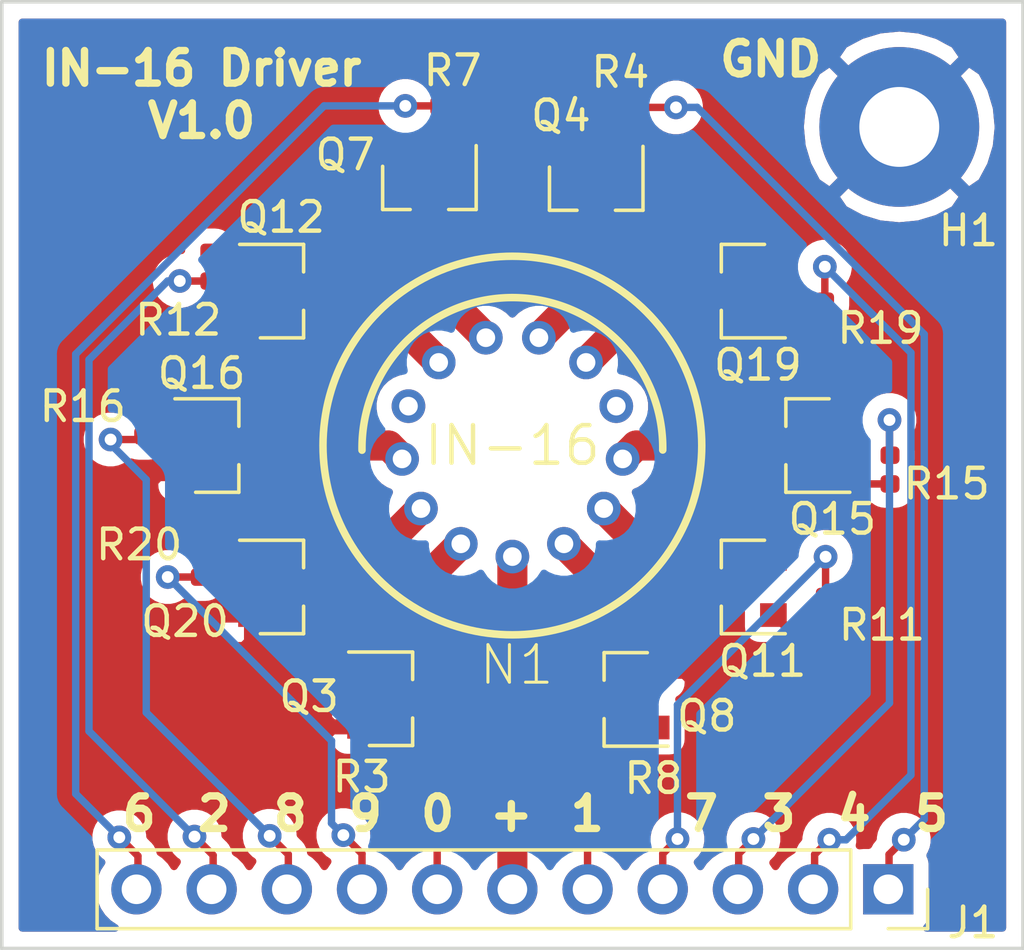
<source format=kicad_pcb>
(kicad_pcb (version 20171130) (host pcbnew "(5.1.5)-3")

  (general
    (thickness 1.6)
    (drawings 17)
    (tracks 134)
    (zones 0)
    (modules 23)
    (nets 35)
  )

  (page A4)
  (layers
    (0 F.Cu mixed)
    (1 In1.Cu signal)
    (2 In2.Cu signal)
    (3 In3.Cu signal)
    (4 In4.Cu signal)
    (31 B.Cu mixed)
    (32 B.Adhes user)
    (33 F.Adhes user)
    (34 B.Paste user)
    (35 F.Paste user)
    (36 B.SilkS user)
    (37 F.SilkS user)
    (38 B.Mask user)
    (39 F.Mask user)
    (40 Dwgs.User user)
    (41 Cmts.User user hide)
    (42 Eco1.User user)
    (43 Eco2.User user)
    (44 Edge.Cuts user)
    (45 Margin user)
    (46 B.CrtYd user)
    (47 F.CrtYd user)
    (48 B.Fab user)
    (49 F.Fab user hide)
  )

  (setup
    (last_trace_width 0.25)
    (user_trace_width 0.5)
    (user_trace_width 1.016)
    (trace_clearance 0.2)
    (zone_clearance 0.508)
    (zone_45_only no)
    (trace_min 0)
    (via_size 0.8)
    (via_drill 0.4)
    (via_min_size 0.4)
    (via_min_drill 0.3)
    (user_via 1 0.8)
    (uvia_size 0.3)
    (uvia_drill 0.1)
    (uvias_allowed no)
    (uvia_min_size 0.2)
    (uvia_min_drill 0.1)
    (edge_width 0.05)
    (segment_width 0.2)
    (pcb_text_width 0.3)
    (pcb_text_size 1.5 1.5)
    (mod_edge_width 0.12)
    (mod_text_size 1 1)
    (mod_text_width 0.15)
    (pad_size 1.524 1.524)
    (pad_drill 0.762)
    (pad_to_mask_clearance 0.051)
    (solder_mask_min_width 0.25)
    (aux_axis_origin 0 0)
    (visible_elements 7FFFF7FF)
    (pcbplotparams
      (layerselection 0x010f0_ffffffe1)
      (usegerberextensions false)
      (usegerberattributes false)
      (usegerberadvancedattributes false)
      (creategerberjobfile false)
      (excludeedgelayer false)
      (linewidth 0.150000)
      (plotframeref false)
      (viasonmask false)
      (mode 1)
      (useauxorigin false)
      (hpglpennumber 1)
      (hpglpenspeed 20)
      (hpglpendiameter 15.000000)
      (psnegative false)
      (psa4output false)
      (plotreference true)
      (plotvalue true)
      (plotinvisibletext false)
      (padsonsilk false)
      (subtractmaskfromsilk false)
      (outputformat 1)
      (mirror false)
      (drillshape 0)
      (scaleselection 1)
      (outputdirectory "../gerbers/"))
  )

  (net 0 "")
  (net 1 VB)
  (net 2 B9)
  (net 3 B8)
  (net 4 B7)
  (net 5 B6)
  (net 6 B5)
  (net 7 B4)
  (net 8 B3)
  (net 9 B2)
  (net 10 B1)
  (net 11 B0)
  (net 12 "Net-(N1-PadRHDP)")
  (net 13 "Net-(N1-PadLHDP)")
  (net 14 GND)
  (net 15 "Net-(Q3-Pad1)")
  (net 16 N_B0)
  (net 17 "Net-(Q4-Pad1)")
  (net 18 N_B5)
  (net 19 "Net-(Q7-Pad1)")
  (net 20 N_B6)
  (net 21 N_B1)
  (net 22 "Net-(Q8-Pad1)")
  (net 23 N_B7)
  (net 24 "Net-(Q11-Pad1)")
  (net 25 "Net-(Q12-Pad1)")
  (net 26 N_B2)
  (net 27 N_B3)
  (net 28 "Net-(Q15-Pad1)")
  (net 29 N_B8)
  (net 30 "Net-(Q16-Pad1)")
  (net 31 "Net-(Q19-Pad1)")
  (net 32 N_B4)
  (net 33 N_B9)
  (net 34 "Net-(Q20-Pad1)")

  (net_class Default "This is the default net class."
    (clearance 0.2)
    (trace_width 0.25)
    (via_dia 0.8)
    (via_drill 0.4)
    (uvia_dia 0.3)
    (uvia_drill 0.1)
    (add_net B0)
    (add_net B1)
    (add_net B2)
    (add_net B3)
    (add_net B4)
    (add_net B5)
    (add_net B6)
    (add_net B7)
    (add_net B8)
    (add_net B9)
    (add_net GND)
    (add_net N_B0)
    (add_net N_B1)
    (add_net N_B2)
    (add_net N_B3)
    (add_net N_B4)
    (add_net N_B5)
    (add_net N_B6)
    (add_net N_B7)
    (add_net N_B8)
    (add_net N_B9)
    (add_net "Net-(N1-PadLHDP)")
    (add_net "Net-(N1-PadRHDP)")
    (add_net "Net-(Q11-Pad1)")
    (add_net "Net-(Q12-Pad1)")
    (add_net "Net-(Q15-Pad1)")
    (add_net "Net-(Q16-Pad1)")
    (add_net "Net-(Q19-Pad1)")
    (add_net "Net-(Q20-Pad1)")
    (add_net "Net-(Q3-Pad1)")
    (add_net "Net-(Q4-Pad1)")
    (add_net "Net-(Q7-Pad1)")
    (add_net "Net-(Q8-Pad1)")
    (add_net VB)
  )

  (module MountingHole:MountingHole_2.7mm_M2.5_Pad (layer F.Cu) (tedit 56D1B4CB) (tstamp 6197EB7C)
    (at 187.6044 46.3042)
    (descr "Mounting Hole 2.7mm, M2.5")
    (tags "mounting hole 2.7mm m2.5")
    (path /619D6200)
    (attr virtual)
    (fp_text reference H1 (at 2.3368 3.5052) (layer F.SilkS)
      (effects (font (size 1 1) (thickness 0.15)))
    )
    (fp_text value MountingHole_Pad (at 0 3.7) (layer F.Fab)
      (effects (font (size 1 1) (thickness 0.15)))
    )
    (fp_circle (center 0 0) (end 2.95 0) (layer F.CrtYd) (width 0.05))
    (fp_circle (center 0 0) (end 2.7 0) (layer Cmts.User) (width 0.15))
    (fp_text user %R (at 0.3 0) (layer F.Fab)
      (effects (font (size 1 1) (thickness 0.15)))
    )
    (pad 1 thru_hole circle (at 0 0) (size 5.4 5.4) (drill 2.7) (layers *.Cu *.Mask)
      (net 14 GND))
  )

  (module Resistor_SMD:R_0402_1005Metric (layer F.Cu) (tedit 5B301BBD) (tstamp 61973E74)
    (at 163.9904 61.0362 270)
    (descr "Resistor SMD 0402 (1005 Metric), square (rectangular) end terminal, IPC_7351 nominal, (Body size source: http://www.tortai-tech.com/upload/download/2011102023233369053.pdf), generated with kicad-footprint-generator")
    (tags resistor)
    (path /613DD6EC)
    (attr smd)
    (fp_text reference R20 (at -0.6096 2.0654 180) (layer F.SilkS)
      (effects (font (size 1 1) (thickness 0.15)))
    )
    (fp_text value 10k (at 0 1.17 90) (layer F.Fab)
      (effects (font (size 1 1) (thickness 0.15)))
    )
    (fp_text user %R (at 0.063 -0.208 90) (layer F.Fab)
      (effects (font (size 0.25 0.25) (thickness 0.04)))
    )
    (fp_line (start 0.93 0.47) (end -0.93 0.47) (layer F.CrtYd) (width 0.05))
    (fp_line (start 0.93 -0.47) (end 0.93 0.47) (layer F.CrtYd) (width 0.05))
    (fp_line (start -0.93 -0.47) (end 0.93 -0.47) (layer F.CrtYd) (width 0.05))
    (fp_line (start -0.93 0.47) (end -0.93 -0.47) (layer F.CrtYd) (width 0.05))
    (fp_line (start 0.5 0.25) (end -0.5 0.25) (layer F.Fab) (width 0.1))
    (fp_line (start 0.5 -0.25) (end 0.5 0.25) (layer F.Fab) (width 0.1))
    (fp_line (start -0.5 -0.25) (end 0.5 -0.25) (layer F.Fab) (width 0.1))
    (fp_line (start -0.5 0.25) (end -0.5 -0.25) (layer F.Fab) (width 0.1))
    (pad 2 smd roundrect (at 0.485 0 270) (size 0.59 0.64) (layers F.Cu F.Paste F.Mask) (roundrect_rratio 0.25)
      (net 2 B9))
    (pad 1 smd roundrect (at -0.485 0 270) (size 0.59 0.64) (layers F.Cu F.Paste F.Mask) (roundrect_rratio 0.25)
      (net 34 "Net-(Q20-Pad1)"))
    (model ${KISYS3DMOD}/Resistor_SMD.3dshapes/R_0402_1005Metric.wrl
      (at (xyz 0 0 0))
      (scale (xyz 1 1 1))
      (rotate (xyz 0 0 0))
    )
  )

  (module Resistor_SMD:R_0402_1005Metric (layer F.Cu) (tedit 5B301BBD) (tstamp 61973E65)
    (at 185.0818 52.6796 90)
    (descr "Resistor SMD 0402 (1005 Metric), square (rectangular) end terminal, IPC_7351 nominal, (Body size source: http://www.tortai-tech.com/upload/download/2011102023233369053.pdf), generated with kicad-footprint-generator")
    (tags resistor)
    (path /613DD713)
    (attr smd)
    (fp_text reference R19 (at -0.4318 1.8876 180) (layer F.SilkS)
      (effects (font (size 1 1) (thickness 0.15)))
    )
    (fp_text value 10k (at 0 1.17 90) (layer F.Fab)
      (effects (font (size 1 1) (thickness 0.15)))
    )
    (fp_text user %R (at 0 0 90) (layer F.Fab)
      (effects (font (size 0.25 0.25) (thickness 0.04)))
    )
    (fp_line (start 0.93 0.47) (end -0.93 0.47) (layer F.CrtYd) (width 0.05))
    (fp_line (start 0.93 -0.47) (end 0.93 0.47) (layer F.CrtYd) (width 0.05))
    (fp_line (start -0.93 -0.47) (end 0.93 -0.47) (layer F.CrtYd) (width 0.05))
    (fp_line (start -0.93 0.47) (end -0.93 -0.47) (layer F.CrtYd) (width 0.05))
    (fp_line (start 0.5 0.25) (end -0.5 0.25) (layer F.Fab) (width 0.1))
    (fp_line (start 0.5 -0.25) (end 0.5 0.25) (layer F.Fab) (width 0.1))
    (fp_line (start -0.5 -0.25) (end 0.5 -0.25) (layer F.Fab) (width 0.1))
    (fp_line (start -0.5 0.25) (end -0.5 -0.25) (layer F.Fab) (width 0.1))
    (pad 2 smd roundrect (at 0.485 0 90) (size 0.59 0.64) (layers F.Cu F.Paste F.Mask) (roundrect_rratio 0.25)
      (net 7 B4))
    (pad 1 smd roundrect (at -0.485 0 90) (size 0.59 0.64) (layers F.Cu F.Paste F.Mask) (roundrect_rratio 0.25)
      (net 31 "Net-(Q19-Pad1)"))
    (model ${KISYS3DMOD}/Resistor_SMD.3dshapes/R_0402_1005Metric.wrl
      (at (xyz 0 0 0))
      (scale (xyz 1 1 1))
      (rotate (xyz 0 0 0))
    )
  )

  (module Resistor_SMD:R_0402_1005Metric (layer F.Cu) (tedit 5B301BBD) (tstamp 61973E38)
    (at 162.0774 56.261 270)
    (descr "Resistor SMD 0402 (1005 Metric), square (rectangular) end terminal, IPC_7351 nominal, (Body size source: http://www.tortai-tech.com/upload/download/2011102023233369053.pdf), generated with kicad-footprint-generator")
    (tags resistor)
    (path /613DD6DD)
    (attr smd)
    (fp_text reference R16 (at -0.508 2.0574 180) (layer F.SilkS)
      (effects (font (size 1 1) (thickness 0.15)))
    )
    (fp_text value 10k (at 0 1.17 90) (layer F.Fab)
      (effects (font (size 1 1) (thickness 0.15)))
    )
    (fp_text user %R (at 0 0 90) (layer F.Fab)
      (effects (font (size 0.25 0.25) (thickness 0.04)))
    )
    (fp_line (start 0.93 0.47) (end -0.93 0.47) (layer F.CrtYd) (width 0.05))
    (fp_line (start 0.93 -0.47) (end 0.93 0.47) (layer F.CrtYd) (width 0.05))
    (fp_line (start -0.93 -0.47) (end 0.93 -0.47) (layer F.CrtYd) (width 0.05))
    (fp_line (start -0.93 0.47) (end -0.93 -0.47) (layer F.CrtYd) (width 0.05))
    (fp_line (start 0.5 0.25) (end -0.5 0.25) (layer F.Fab) (width 0.1))
    (fp_line (start 0.5 -0.25) (end 0.5 0.25) (layer F.Fab) (width 0.1))
    (fp_line (start -0.5 -0.25) (end 0.5 -0.25) (layer F.Fab) (width 0.1))
    (fp_line (start -0.5 0.25) (end -0.5 -0.25) (layer F.Fab) (width 0.1))
    (pad 2 smd roundrect (at 0.485 0 270) (size 0.59 0.64) (layers F.Cu F.Paste F.Mask) (roundrect_rratio 0.25)
      (net 3 B8))
    (pad 1 smd roundrect (at -0.485 0 270) (size 0.59 0.64) (layers F.Cu F.Paste F.Mask) (roundrect_rratio 0.25)
      (net 30 "Net-(Q16-Pad1)"))
    (model ${KISYS3DMOD}/Resistor_SMD.3dshapes/R_0402_1005Metric.wrl
      (at (xyz 0 0 0))
      (scale (xyz 1 1 1))
      (rotate (xyz 0 0 0))
    )
  )

  (module Resistor_SMD:R_0402_1005Metric (layer F.Cu) (tedit 5B301BBD) (tstamp 61973E29)
    (at 187.2916 57.8866 90)
    (descr "Resistor SMD 0402 (1005 Metric), square (rectangular) end terminal, IPC_7351 nominal, (Body size source: http://www.tortai-tech.com/upload/download/2011102023233369053.pdf), generated with kicad-footprint-generator")
    (tags resistor)
    (path /613DD6B0)
    (attr smd)
    (fp_text reference R15 (at -0.4826 1.913 180) (layer F.SilkS)
      (effects (font (size 1 1) (thickness 0.15)))
    )
    (fp_text value 10k (at 0 1.17 90) (layer F.Fab)
      (effects (font (size 1 1) (thickness 0.15)))
    )
    (fp_text user %R (at 0 0 90) (layer F.Fab)
      (effects (font (size 0.25 0.25) (thickness 0.04)))
    )
    (fp_line (start 0.93 0.47) (end -0.93 0.47) (layer F.CrtYd) (width 0.05))
    (fp_line (start 0.93 -0.47) (end 0.93 0.47) (layer F.CrtYd) (width 0.05))
    (fp_line (start -0.93 -0.47) (end 0.93 -0.47) (layer F.CrtYd) (width 0.05))
    (fp_line (start -0.93 0.47) (end -0.93 -0.47) (layer F.CrtYd) (width 0.05))
    (fp_line (start 0.5 0.25) (end -0.5 0.25) (layer F.Fab) (width 0.1))
    (fp_line (start 0.5 -0.25) (end 0.5 0.25) (layer F.Fab) (width 0.1))
    (fp_line (start -0.5 -0.25) (end 0.5 -0.25) (layer F.Fab) (width 0.1))
    (fp_line (start -0.5 0.25) (end -0.5 -0.25) (layer F.Fab) (width 0.1))
    (pad 2 smd roundrect (at 0.485 0 90) (size 0.59 0.64) (layers F.Cu F.Paste F.Mask) (roundrect_rratio 0.25)
      (net 8 B3))
    (pad 1 smd roundrect (at -0.485 0 90) (size 0.59 0.64) (layers F.Cu F.Paste F.Mask) (roundrect_rratio 0.25)
      (net 28 "Net-(Q15-Pad1)"))
    (model ${KISYS3DMOD}/Resistor_SMD.3dshapes/R_0402_1005Metric.wrl
      (at (xyz 0 0 0))
      (scale (xyz 1 1 1))
      (rotate (xyz 0 0 0))
    )
  )

  (module Resistor_SMD:R_0402_1005Metric (layer F.Cu) (tedit 5B301BBD) (tstamp 61973DFC)
    (at 164.3126 51.0286 270)
    (descr "Resistor SMD 0402 (1005 Metric), square (rectangular) end terminal, IPC_7351 nominal, (Body size source: http://www.tortai-tech.com/upload/download/2011102023233369053.pdf), generated with kicad-footprint-generator")
    (tags resistor)
    (path /613DD6A1)
    (attr smd)
    (fp_text reference R12 (at 1.8034 1.0668 180) (layer F.SilkS)
      (effects (font (size 1 1) (thickness 0.15)))
    )
    (fp_text value 10k (at 0 1.17 90) (layer F.Fab)
      (effects (font (size 1 1) (thickness 0.15)))
    )
    (fp_text user %R (at 0 0 90) (layer F.Fab)
      (effects (font (size 0.25 0.25) (thickness 0.04)))
    )
    (fp_line (start 0.93 0.47) (end -0.93 0.47) (layer F.CrtYd) (width 0.05))
    (fp_line (start 0.93 -0.47) (end 0.93 0.47) (layer F.CrtYd) (width 0.05))
    (fp_line (start -0.93 -0.47) (end 0.93 -0.47) (layer F.CrtYd) (width 0.05))
    (fp_line (start -0.93 0.47) (end -0.93 -0.47) (layer F.CrtYd) (width 0.05))
    (fp_line (start 0.5 0.25) (end -0.5 0.25) (layer F.Fab) (width 0.1))
    (fp_line (start 0.5 -0.25) (end 0.5 0.25) (layer F.Fab) (width 0.1))
    (fp_line (start -0.5 -0.25) (end 0.5 -0.25) (layer F.Fab) (width 0.1))
    (fp_line (start -0.5 0.25) (end -0.5 -0.25) (layer F.Fab) (width 0.1))
    (pad 2 smd roundrect (at 0.485 0 270) (size 0.59 0.64) (layers F.Cu F.Paste F.Mask) (roundrect_rratio 0.25)
      (net 9 B2))
    (pad 1 smd roundrect (at -0.485 0 270) (size 0.59 0.64) (layers F.Cu F.Paste F.Mask) (roundrect_rratio 0.25)
      (net 25 "Net-(Q12-Pad1)"))
    (model ${KISYS3DMOD}/Resistor_SMD.3dshapes/R_0402_1005Metric.wrl
      (at (xyz 0 0 0))
      (scale (xyz 1 1 1))
      (rotate (xyz 0 0 0))
    )
  )

  (module Resistor_SMD:R_0402_1005Metric (layer F.Cu) (tedit 5B301BBD) (tstamp 61973DED)
    (at 185.1072 62.6618 90)
    (descr "Resistor SMD 0402 (1005 Metric), square (rectangular) end terminal, IPC_7351 nominal, (Body size source: http://www.tortai-tech.com/upload/download/2011102023233369053.pdf), generated with kicad-footprint-generator")
    (tags resistor)
    (path /613DD6CE)
    (attr smd)
    (fp_text reference R11 (at -0.4826 1.913 180) (layer F.SilkS)
      (effects (font (size 1 1) (thickness 0.15)))
    )
    (fp_text value 10k (at 0 1.17 90) (layer F.Fab)
      (effects (font (size 1 1) (thickness 0.15)))
    )
    (fp_text user %R (at 0 0 90) (layer F.Fab)
      (effects (font (size 0.25 0.25) (thickness 0.04)))
    )
    (fp_line (start 0.93 0.47) (end -0.93 0.47) (layer F.CrtYd) (width 0.05))
    (fp_line (start 0.93 -0.47) (end 0.93 0.47) (layer F.CrtYd) (width 0.05))
    (fp_line (start -0.93 -0.47) (end 0.93 -0.47) (layer F.CrtYd) (width 0.05))
    (fp_line (start -0.93 0.47) (end -0.93 -0.47) (layer F.CrtYd) (width 0.05))
    (fp_line (start 0.5 0.25) (end -0.5 0.25) (layer F.Fab) (width 0.1))
    (fp_line (start 0.5 -0.25) (end 0.5 0.25) (layer F.Fab) (width 0.1))
    (fp_line (start -0.5 -0.25) (end 0.5 -0.25) (layer F.Fab) (width 0.1))
    (fp_line (start -0.5 0.25) (end -0.5 -0.25) (layer F.Fab) (width 0.1))
    (pad 2 smd roundrect (at 0.485 0 90) (size 0.59 0.64) (layers F.Cu F.Paste F.Mask) (roundrect_rratio 0.25)
      (net 4 B7))
    (pad 1 smd roundrect (at -0.485 0 90) (size 0.59 0.64) (layers F.Cu F.Paste F.Mask) (roundrect_rratio 0.25)
      (net 24 "Net-(Q11-Pad1)"))
    (model ${KISYS3DMOD}/Resistor_SMD.3dshapes/R_0402_1005Metric.wrl
      (at (xyz 0 0 0))
      (scale (xyz 1 1 1))
      (rotate (xyz 0 0 0))
    )
  )

  (module Resistor_SMD:R_0402_1005Metric (layer F.Cu) (tedit 5B301BBD) (tstamp 61973DC0)
    (at 177.3722 68.195 180)
    (descr "Resistor SMD 0402 (1005 Metric), square (rectangular) end terminal, IPC_7351 nominal, (Body size source: http://www.tortai-tech.com/upload/download/2011102023233369053.pdf), generated with kicad-footprint-generator")
    (tags resistor)
    (path /613DD692)
    (attr smd)
    (fp_text reference R8 (at -1.9264 -0.131) (layer F.SilkS)
      (effects (font (size 1 1) (thickness 0.15)))
    )
    (fp_text value 10k (at 0 1.17) (layer Cmts.User)
      (effects (font (size 1 1) (thickness 0.15)))
    )
    (fp_line (start 0.93 0.47) (end -0.93 0.47) (layer F.CrtYd) (width 0.05))
    (fp_line (start 0.93 -0.47) (end 0.93 0.47) (layer F.CrtYd) (width 0.05))
    (fp_line (start -0.93 -0.47) (end 0.93 -0.47) (layer F.CrtYd) (width 0.05))
    (fp_line (start -0.93 0.47) (end -0.93 -0.47) (layer F.CrtYd) (width 0.05))
    (fp_line (start 0.5 0.25) (end -0.5 0.25) (layer F.Fab) (width 0.1))
    (fp_line (start 0.5 -0.25) (end 0.5 0.25) (layer F.Fab) (width 0.1))
    (fp_line (start -0.5 -0.25) (end 0.5 -0.25) (layer F.Fab) (width 0.1))
    (fp_line (start -0.5 0.25) (end -0.5 -0.25) (layer F.Fab) (width 0.1))
    (pad 2 smd roundrect (at 0.485 0 180) (size 0.59 0.64) (layers F.Cu F.Paste F.Mask) (roundrect_rratio 0.25)
      (net 10 B1))
    (pad 1 smd roundrect (at -0.485 0 180) (size 0.59 0.64) (layers F.Cu F.Paste F.Mask) (roundrect_rratio 0.25)
      (net 22 "Net-(Q8-Pad1)"))
    (model ${KISYS3DMOD}/Resistor_SMD.3dshapes/R_0402_1005Metric.wrl
      (at (xyz 0 0 0))
      (scale (xyz 1 1 1))
      (rotate (xyz 0 0 0))
    )
  )

  (module Resistor_SMD:R_0402_1005Metric (layer F.Cu) (tedit 5B301BBD) (tstamp 61973DB1)
    (at 172.5422 45.601 180)
    (descr "Resistor SMD 0402 (1005 Metric), square (rectangular) end terminal, IPC_7351 nominal, (Body size source: http://www.tortai-tech.com/upload/download/2011102023233369053.pdf), generated with kicad-footprint-generator")
    (tags resistor)
    (path /613DD6BF)
    (attr smd)
    (fp_text reference R7 (at 0.0254 1.2018) (layer F.SilkS)
      (effects (font (size 1 1) (thickness 0.15)))
    )
    (fp_text value 10k (at 0 1.17) (layer F.Fab)
      (effects (font (size 1 1) (thickness 0.15)))
    )
    (fp_text user %R (at 0 0) (layer F.Fab)
      (effects (font (size 0.25 0.25) (thickness 0.04)))
    )
    (fp_line (start 0.93 0.47) (end -0.93 0.47) (layer F.CrtYd) (width 0.05))
    (fp_line (start 0.93 -0.47) (end 0.93 0.47) (layer F.CrtYd) (width 0.05))
    (fp_line (start -0.93 -0.47) (end 0.93 -0.47) (layer F.CrtYd) (width 0.05))
    (fp_line (start -0.93 0.47) (end -0.93 -0.47) (layer F.CrtYd) (width 0.05))
    (fp_line (start 0.5 0.25) (end -0.5 0.25) (layer F.Fab) (width 0.1))
    (fp_line (start 0.5 -0.25) (end 0.5 0.25) (layer F.Fab) (width 0.1))
    (fp_line (start -0.5 -0.25) (end 0.5 -0.25) (layer F.Fab) (width 0.1))
    (fp_line (start -0.5 0.25) (end -0.5 -0.25) (layer F.Fab) (width 0.1))
    (pad 2 smd roundrect (at 0.485 0 180) (size 0.59 0.64) (layers F.Cu F.Paste F.Mask) (roundrect_rratio 0.25)
      (net 5 B6))
    (pad 1 smd roundrect (at -0.485 0 180) (size 0.59 0.64) (layers F.Cu F.Paste F.Mask) (roundrect_rratio 0.25)
      (net 19 "Net-(Q7-Pad1)"))
    (model ${KISYS3DMOD}/Resistor_SMD.3dshapes/R_0402_1005Metric.wrl
      (at (xyz 0 0 0))
      (scale (xyz 1 1 1))
      (rotate (xyz 0 0 0))
    )
  )

  (module Resistor_SMD:R_0402_1005Metric (layer F.Cu) (tedit 5B301BBD) (tstamp 61973D84)
    (at 178.181 45.6264)
    (descr "Resistor SMD 0402 (1005 Metric), square (rectangular) end terminal, IPC_7351 nominal, (Body size source: http://www.tortai-tech.com/upload/download/2011102023233369053.pdf), generated with kicad-footprint-generator")
    (tags resistor)
    (path /613DD6FB)
    (attr smd)
    (fp_text reference R4 (at 0 -1.17 180) (layer F.SilkS)
      (effects (font (size 1 1) (thickness 0.15)))
    )
    (fp_text value 10k (at 0 1.17) (layer F.Fab)
      (effects (font (size 1 1) (thickness 0.15)))
    )
    (fp_text user %R (at 0 0) (layer F.Fab)
      (effects (font (size 0.25 0.25) (thickness 0.04)))
    )
    (fp_line (start 0.93 0.47) (end -0.93 0.47) (layer F.CrtYd) (width 0.05))
    (fp_line (start 0.93 -0.47) (end 0.93 0.47) (layer F.CrtYd) (width 0.05))
    (fp_line (start -0.93 -0.47) (end 0.93 -0.47) (layer F.CrtYd) (width 0.05))
    (fp_line (start -0.93 0.47) (end -0.93 -0.47) (layer F.CrtYd) (width 0.05))
    (fp_line (start 0.5 0.25) (end -0.5 0.25) (layer F.Fab) (width 0.1))
    (fp_line (start 0.5 -0.25) (end 0.5 0.25) (layer F.Fab) (width 0.1))
    (fp_line (start -0.5 -0.25) (end 0.5 -0.25) (layer F.Fab) (width 0.1))
    (fp_line (start -0.5 0.25) (end -0.5 -0.25) (layer F.Fab) (width 0.1))
    (pad 2 smd roundrect (at 0.485 0) (size 0.59 0.64) (layers F.Cu F.Paste F.Mask) (roundrect_rratio 0.25)
      (net 6 B5))
    (pad 1 smd roundrect (at -0.485 0) (size 0.59 0.64) (layers F.Cu F.Paste F.Mask) (roundrect_rratio 0.25)
      (net 17 "Net-(Q4-Pad1)"))
    (model ${KISYS3DMOD}/Resistor_SMD.3dshapes/R_0402_1005Metric.wrl
      (at (xyz 0 0 0))
      (scale (xyz 1 1 1))
      (rotate (xyz 0 0 0))
    )
  )

  (module Resistor_SMD:R_0402_1005Metric (layer F.Cu) (tedit 5B301BBD) (tstamp 61973D75)
    (at 171.4206 68.1696)
    (descr "Resistor SMD 0402 (1005 Metric), square (rectangular) end terminal, IPC_7351 nominal, (Body size source: http://www.tortai-tech.com/upload/download/2011102023233369053.pdf), generated with kicad-footprint-generator")
    (tags resistor)
    (path /613DD683)
    (attr smd)
    (fp_text reference R3 (at -1.9772 0.1056) (layer F.SilkS)
      (effects (font (size 1 1) (thickness 0.15)))
    )
    (fp_text value 10k (at 0 1.17) (layer Cmts.User)
      (effects (font (size 1 1) (thickness 0.15)))
    )
    (fp_line (start 0.93 0.47) (end -0.93 0.47) (layer F.CrtYd) (width 0.05))
    (fp_line (start 0.93 -0.47) (end 0.93 0.47) (layer F.CrtYd) (width 0.05))
    (fp_line (start -0.93 -0.47) (end 0.93 -0.47) (layer F.CrtYd) (width 0.05))
    (fp_line (start -0.93 0.47) (end -0.93 -0.47) (layer F.CrtYd) (width 0.05))
    (fp_line (start 0.5 0.25) (end -0.5 0.25) (layer F.Fab) (width 0.1))
    (fp_line (start 0.5 -0.25) (end 0.5 0.25) (layer F.Fab) (width 0.1))
    (fp_line (start -0.5 -0.25) (end 0.5 -0.25) (layer F.Fab) (width 0.1))
    (fp_line (start -0.5 0.25) (end -0.5 -0.25) (layer F.Fab) (width 0.1))
    (pad 2 smd roundrect (at 0.485 0) (size 0.59 0.64) (layers F.Cu F.Paste F.Mask) (roundrect_rratio 0.25)
      (net 11 B0))
    (pad 1 smd roundrect (at -0.485 0) (size 0.59 0.64) (layers F.Cu F.Paste F.Mask) (roundrect_rratio 0.25)
      (net 15 "Net-(Q3-Pad1)"))
    (model ${KISYS3DMOD}/Resistor_SMD.3dshapes/R_0402_1005Metric.wrl
      (at (xyz 0 0 0))
      (scale (xyz 1 1 1))
      (rotate (xyz 0 0 0))
    )
  )

  (module Package_TO_SOT_SMD:SOT-23 (layer F.Cu) (tedit 5A02FF57) (tstamp 61973D48)
    (at 166.7202 61.8544)
    (descr "SOT-23, Standard")
    (tags SOT-23)
    (path /613DD6F2)
    (attr smd)
    (fp_text reference Q20 (at -3.2458 1.163) (layer F.SilkS)
      (effects (font (size 1 1) (thickness 0.15)))
    )
    (fp_text value MMBTA42 (at 0 2.5) (layer F.Fab)
      (effects (font (size 1 1) (thickness 0.15)))
    )
    (fp_line (start 0.76 1.58) (end -0.7 1.58) (layer F.SilkS) (width 0.12))
    (fp_line (start 0.76 -1.58) (end -1.4 -1.58) (layer F.SilkS) (width 0.12))
    (fp_line (start -1.7 1.75) (end -1.7 -1.75) (layer F.CrtYd) (width 0.05))
    (fp_line (start 1.7 1.75) (end -1.7 1.75) (layer F.CrtYd) (width 0.05))
    (fp_line (start 1.7 -1.75) (end 1.7 1.75) (layer F.CrtYd) (width 0.05))
    (fp_line (start -1.7 -1.75) (end 1.7 -1.75) (layer F.CrtYd) (width 0.05))
    (fp_line (start 0.76 -1.58) (end 0.76 -0.65) (layer F.SilkS) (width 0.12))
    (fp_line (start 0.76 1.58) (end 0.76 0.65) (layer F.SilkS) (width 0.12))
    (fp_line (start -0.7 1.52) (end 0.7 1.52) (layer F.Fab) (width 0.1))
    (fp_line (start 0.7 -1.52) (end 0.7 1.52) (layer F.Fab) (width 0.1))
    (fp_line (start -0.7 -0.95) (end -0.15 -1.52) (layer F.Fab) (width 0.1))
    (fp_line (start -0.15 -1.52) (end 0.7 -1.52) (layer F.Fab) (width 0.1))
    (fp_line (start -0.7 -0.95) (end -0.7 1.5) (layer F.Fab) (width 0.1))
    (fp_text user %R (at 0 0 90) (layer F.Fab)
      (effects (font (size 0.5 0.5) (thickness 0.075)))
    )
    (pad 3 smd rect (at 1 0) (size 0.9 0.8) (layers F.Cu F.Paste F.Mask)
      (net 33 N_B9))
    (pad 2 smd rect (at -1 0.95) (size 0.9 0.8) (layers F.Cu F.Paste F.Mask)
      (net 14 GND))
    (pad 1 smd rect (at -1 -0.95) (size 0.9 0.8) (layers F.Cu F.Paste F.Mask)
      (net 34 "Net-(Q20-Pad1)"))
    (model ${KISYS3DMOD}/Package_TO_SOT_SMD.3dshapes/SOT-23.wrl
      (at (xyz 0 0 0))
      (scale (xyz 1 1 1))
      (rotate (xyz 0 0 0))
    )
  )

  (module Package_TO_SOT_SMD:SOT-23 (layer F.Cu) (tedit 5A02FF57) (tstamp 61973D33)
    (at 182.352 51.8544 180)
    (descr "SOT-23, Standard")
    (tags SOT-23)
    (path /613DD70D)
    (attr smd)
    (fp_text reference Q19 (at -0.4772 -2.5) (layer F.SilkS)
      (effects (font (size 1 1) (thickness 0.15)))
    )
    (fp_text value MMBTA42 (at 0 2.5) (layer F.Fab)
      (effects (font (size 1 1) (thickness 0.15)))
    )
    (fp_line (start 0.76 1.58) (end -0.7 1.58) (layer F.SilkS) (width 0.12))
    (fp_line (start 0.76 -1.58) (end -1.4 -1.58) (layer F.SilkS) (width 0.12))
    (fp_line (start -1.7 1.75) (end -1.7 -1.75) (layer F.CrtYd) (width 0.05))
    (fp_line (start 1.7 1.75) (end -1.7 1.75) (layer F.CrtYd) (width 0.05))
    (fp_line (start 1.7 -1.75) (end 1.7 1.75) (layer F.CrtYd) (width 0.05))
    (fp_line (start -1.7 -1.75) (end 1.7 -1.75) (layer F.CrtYd) (width 0.05))
    (fp_line (start 0.76 -1.58) (end 0.76 -0.65) (layer F.SilkS) (width 0.12))
    (fp_line (start 0.76 1.58) (end 0.76 0.65) (layer F.SilkS) (width 0.12))
    (fp_line (start -0.7 1.52) (end 0.7 1.52) (layer F.Fab) (width 0.1))
    (fp_line (start 0.7 -1.52) (end 0.7 1.52) (layer F.Fab) (width 0.1))
    (fp_line (start -0.7 -0.95) (end -0.15 -1.52) (layer F.Fab) (width 0.1))
    (fp_line (start -0.15 -1.52) (end 0.7 -1.52) (layer F.Fab) (width 0.1))
    (fp_line (start -0.7 -0.95) (end -0.7 1.5) (layer F.Fab) (width 0.1))
    (fp_text user %R (at 0 0 90) (layer F.Fab)
      (effects (font (size 0.5 0.5) (thickness 0.075)))
    )
    (pad 3 smd rect (at 1 0 180) (size 0.9 0.8) (layers F.Cu F.Paste F.Mask)
      (net 32 N_B4))
    (pad 2 smd rect (at -1 0.95 180) (size 0.9 0.8) (layers F.Cu F.Paste F.Mask)
      (net 14 GND))
    (pad 1 smd rect (at -1 -0.95 180) (size 0.9 0.8) (layers F.Cu F.Paste F.Mask)
      (net 31 "Net-(Q19-Pad1)"))
    (model ${KISYS3DMOD}/Package_TO_SOT_SMD.3dshapes/SOT-23.wrl
      (at (xyz 0 0 0))
      (scale (xyz 1 1 1))
      (rotate (xyz 0 0 0))
    )
  )

  (module Package_TO_SOT_SMD:SOT-23 (layer F.Cu) (tedit 5A02FF57) (tstamp 61973CF4)
    (at 164.5336 57.0738)
    (descr "SOT-23, Standard")
    (tags SOT-23)
    (path /613DD6E3)
    (attr smd)
    (fp_text reference Q16 (at -0.5004 -2.4384) (layer F.SilkS)
      (effects (font (size 1 1) (thickness 0.15)))
    )
    (fp_text value MMBTA42 (at 0 2.5) (layer F.Fab)
      (effects (font (size 1 1) (thickness 0.15)))
    )
    (fp_line (start 0.76 1.58) (end -0.7 1.58) (layer F.SilkS) (width 0.12))
    (fp_line (start 0.76 -1.58) (end -1.4 -1.58) (layer F.SilkS) (width 0.12))
    (fp_line (start -1.7 1.75) (end -1.7 -1.75) (layer F.CrtYd) (width 0.05))
    (fp_line (start 1.7 1.75) (end -1.7 1.75) (layer F.CrtYd) (width 0.05))
    (fp_line (start 1.7 -1.75) (end 1.7 1.75) (layer F.CrtYd) (width 0.05))
    (fp_line (start -1.7 -1.75) (end 1.7 -1.75) (layer F.CrtYd) (width 0.05))
    (fp_line (start 0.76 -1.58) (end 0.76 -0.65) (layer F.SilkS) (width 0.12))
    (fp_line (start 0.76 1.58) (end 0.76 0.65) (layer F.SilkS) (width 0.12))
    (fp_line (start -0.7 1.52) (end 0.7 1.52) (layer F.Fab) (width 0.1))
    (fp_line (start 0.7 -1.52) (end 0.7 1.52) (layer F.Fab) (width 0.1))
    (fp_line (start -0.7 -0.95) (end -0.15 -1.52) (layer F.Fab) (width 0.1))
    (fp_line (start -0.15 -1.52) (end 0.7 -1.52) (layer F.Fab) (width 0.1))
    (fp_line (start -0.7 -0.95) (end -0.7 1.5) (layer F.Fab) (width 0.1))
    (fp_text user %R (at 0 0 90) (layer F.Fab)
      (effects (font (size 0.5 0.5) (thickness 0.075)))
    )
    (pad 3 smd rect (at 1 0) (size 0.9 0.8) (layers F.Cu F.Paste F.Mask)
      (net 29 N_B8))
    (pad 2 smd rect (at -1 0.95) (size 0.9 0.8) (layers F.Cu F.Paste F.Mask)
      (net 14 GND))
    (pad 1 smd rect (at -1 -0.95) (size 0.9 0.8) (layers F.Cu F.Paste F.Mask)
      (net 30 "Net-(Q16-Pad1)"))
    (model ${KISYS3DMOD}/Package_TO_SOT_SMD.3dshapes/SOT-23.wrl
      (at (xyz 0 0 0))
      (scale (xyz 1 1 1))
      (rotate (xyz 0 0 0))
    )
  )

  (module Package_TO_SOT_SMD:SOT-23 (layer F.Cu) (tedit 5A02FF57) (tstamp 61973CDF)
    (at 184.5336 57.0738 180)
    (descr "SOT-23, Standard")
    (tags SOT-23)
    (path /613DD6B6)
    (attr smd)
    (fp_text reference Q15 (at -0.8102 -2.4892) (layer F.SilkS)
      (effects (font (size 1 1) (thickness 0.15)))
    )
    (fp_text value MMBTA42 (at 0 2.5) (layer F.Fab)
      (effects (font (size 1 1) (thickness 0.15)))
    )
    (fp_line (start 0.76 1.58) (end -0.7 1.58) (layer F.SilkS) (width 0.12))
    (fp_line (start 0.76 -1.58) (end -1.4 -1.58) (layer F.SilkS) (width 0.12))
    (fp_line (start -1.7 1.75) (end -1.7 -1.75) (layer F.CrtYd) (width 0.05))
    (fp_line (start 1.7 1.75) (end -1.7 1.75) (layer F.CrtYd) (width 0.05))
    (fp_line (start 1.7 -1.75) (end 1.7 1.75) (layer F.CrtYd) (width 0.05))
    (fp_line (start -1.7 -1.75) (end 1.7 -1.75) (layer F.CrtYd) (width 0.05))
    (fp_line (start 0.76 -1.58) (end 0.76 -0.65) (layer F.SilkS) (width 0.12))
    (fp_line (start 0.76 1.58) (end 0.76 0.65) (layer F.SilkS) (width 0.12))
    (fp_line (start -0.7 1.52) (end 0.7 1.52) (layer F.Fab) (width 0.1))
    (fp_line (start 0.7 -1.52) (end 0.7 1.52) (layer F.Fab) (width 0.1))
    (fp_line (start -0.7 -0.95) (end -0.15 -1.52) (layer F.Fab) (width 0.1))
    (fp_line (start -0.15 -1.52) (end 0.7 -1.52) (layer F.Fab) (width 0.1))
    (fp_line (start -0.7 -0.95) (end -0.7 1.5) (layer F.Fab) (width 0.1))
    (fp_text user %R (at 0 0 90) (layer F.Fab)
      (effects (font (size 0.5 0.5) (thickness 0.075)))
    )
    (pad 3 smd rect (at 1 0 180) (size 0.9 0.8) (layers F.Cu F.Paste F.Mask)
      (net 27 N_B3))
    (pad 2 smd rect (at -1 0.95 180) (size 0.9 0.8) (layers F.Cu F.Paste F.Mask)
      (net 14 GND))
    (pad 1 smd rect (at -1 -0.95 180) (size 0.9 0.8) (layers F.Cu F.Paste F.Mask)
      (net 28 "Net-(Q15-Pad1)"))
    (model ${KISYS3DMOD}/Package_TO_SOT_SMD.3dshapes/SOT-23.wrl
      (at (xyz 0 0 0))
      (scale (xyz 1 1 1))
      (rotate (xyz 0 0 0))
    )
  )

  (module Package_TO_SOT_SMD:SOT-23 (layer F.Cu) (tedit 5A02FF57) (tstamp 61973CA0)
    (at 166.7202 51.8544)
    (descr "SOT-23, Standard")
    (tags SOT-23)
    (path /613DD6A7)
    (attr smd)
    (fp_text reference Q12 (at 0 -2.5) (layer F.SilkS)
      (effects (font (size 1 1) (thickness 0.15)))
    )
    (fp_text value MMBTA42 (at 0 2.5) (layer F.Fab)
      (effects (font (size 1 1) (thickness 0.15)))
    )
    (fp_line (start 0.76 1.58) (end -0.7 1.58) (layer F.SilkS) (width 0.12))
    (fp_line (start 0.76 -1.58) (end -1.4 -1.58) (layer F.SilkS) (width 0.12))
    (fp_line (start -1.7 1.75) (end -1.7 -1.75) (layer F.CrtYd) (width 0.05))
    (fp_line (start 1.7 1.75) (end -1.7 1.75) (layer F.CrtYd) (width 0.05))
    (fp_line (start 1.7 -1.75) (end 1.7 1.75) (layer F.CrtYd) (width 0.05))
    (fp_line (start -1.7 -1.75) (end 1.7 -1.75) (layer F.CrtYd) (width 0.05))
    (fp_line (start 0.76 -1.58) (end 0.76 -0.65) (layer F.SilkS) (width 0.12))
    (fp_line (start 0.76 1.58) (end 0.76 0.65) (layer F.SilkS) (width 0.12))
    (fp_line (start -0.7 1.52) (end 0.7 1.52) (layer F.Fab) (width 0.1))
    (fp_line (start 0.7 -1.52) (end 0.7 1.52) (layer F.Fab) (width 0.1))
    (fp_line (start -0.7 -0.95) (end -0.15 -1.52) (layer F.Fab) (width 0.1))
    (fp_line (start -0.15 -1.52) (end 0.7 -1.52) (layer F.Fab) (width 0.1))
    (fp_line (start -0.7 -0.95) (end -0.7 1.5) (layer F.Fab) (width 0.1))
    (fp_text user %R (at 0 0 90) (layer F.Fab)
      (effects (font (size 0.5 0.5) (thickness 0.075)))
    )
    (pad 3 smd rect (at 1 0) (size 0.9 0.8) (layers F.Cu F.Paste F.Mask)
      (net 26 N_B2))
    (pad 2 smd rect (at -1 0.95) (size 0.9 0.8) (layers F.Cu F.Paste F.Mask)
      (net 14 GND))
    (pad 1 smd rect (at -1 -0.95) (size 0.9 0.8) (layers F.Cu F.Paste F.Mask)
      (net 25 "Net-(Q12-Pad1)"))
    (model ${KISYS3DMOD}/Package_TO_SOT_SMD.3dshapes/SOT-23.wrl
      (at (xyz 0 0 0))
      (scale (xyz 1 1 1))
      (rotate (xyz 0 0 0))
    )
  )

  (module Package_TO_SOT_SMD:SOT-23 (layer F.Cu) (tedit 5A02FF57) (tstamp 61973C8B)
    (at 182.352 61.8544 180)
    (descr "SOT-23, Standard")
    (tags SOT-23)
    (path /613DD6D4)
    (attr smd)
    (fp_text reference Q11 (at -0.6296 -2.5092) (layer F.SilkS)
      (effects (font (size 1 1) (thickness 0.15)))
    )
    (fp_text value MMBTA42 (at 0 2.5) (layer F.Fab)
      (effects (font (size 1 1) (thickness 0.15)))
    )
    (fp_line (start 0.76 1.58) (end -0.7 1.58) (layer F.SilkS) (width 0.12))
    (fp_line (start 0.76 -1.58) (end -1.4 -1.58) (layer F.SilkS) (width 0.12))
    (fp_line (start -1.7 1.75) (end -1.7 -1.75) (layer F.CrtYd) (width 0.05))
    (fp_line (start 1.7 1.75) (end -1.7 1.75) (layer F.CrtYd) (width 0.05))
    (fp_line (start 1.7 -1.75) (end 1.7 1.75) (layer F.CrtYd) (width 0.05))
    (fp_line (start -1.7 -1.75) (end 1.7 -1.75) (layer F.CrtYd) (width 0.05))
    (fp_line (start 0.76 -1.58) (end 0.76 -0.65) (layer F.SilkS) (width 0.12))
    (fp_line (start 0.76 1.58) (end 0.76 0.65) (layer F.SilkS) (width 0.12))
    (fp_line (start -0.7 1.52) (end 0.7 1.52) (layer F.Fab) (width 0.1))
    (fp_line (start 0.7 -1.52) (end 0.7 1.52) (layer F.Fab) (width 0.1))
    (fp_line (start -0.7 -0.95) (end -0.15 -1.52) (layer F.Fab) (width 0.1))
    (fp_line (start -0.15 -1.52) (end 0.7 -1.52) (layer F.Fab) (width 0.1))
    (fp_line (start -0.7 -0.95) (end -0.7 1.5) (layer F.Fab) (width 0.1))
    (fp_text user %R (at 0 0 90) (layer F.Fab)
      (effects (font (size 0.5 0.5) (thickness 0.075)))
    )
    (pad 3 smd rect (at 1 0 180) (size 0.9 0.8) (layers F.Cu F.Paste F.Mask)
      (net 23 N_B7))
    (pad 2 smd rect (at -1 0.95 180) (size 0.9 0.8) (layers F.Cu F.Paste F.Mask)
      (net 14 GND))
    (pad 1 smd rect (at -1 -0.95 180) (size 0.9 0.8) (layers F.Cu F.Paste F.Mask)
      (net 24 "Net-(Q11-Pad1)"))
    (model ${KISYS3DMOD}/Package_TO_SOT_SMD.3dshapes/SOT-23.wrl
      (at (xyz 0 0 0))
      (scale (xyz 1 1 1))
      (rotate (xyz 0 0 0))
    )
  )

  (module Package_TO_SOT_SMD:SOT-23 (layer F.Cu) (tedit 5A02FF57) (tstamp 61973C4C)
    (at 178.3922 65.655 180)
    (descr "SOT-23, Standard")
    (tags SOT-23)
    (path /613DD698)
    (attr smd)
    (fp_text reference Q8 (at -2.7098 -0.5628) (layer F.SilkS)
      (effects (font (size 1 1) (thickness 0.15)))
    )
    (fp_text value MMBTA42 (at 0 2.5) (layer Cmts.User)
      (effects (font (size 1 1) (thickness 0.15)))
    )
    (fp_line (start 0.76 1.58) (end -0.7 1.58) (layer F.SilkS) (width 0.12))
    (fp_line (start 0.76 -1.58) (end -1.4 -1.58) (layer F.SilkS) (width 0.12))
    (fp_line (start -1.7 1.75) (end -1.7 -1.75) (layer F.CrtYd) (width 0.05))
    (fp_line (start 1.7 1.75) (end -1.7 1.75) (layer F.CrtYd) (width 0.05))
    (fp_line (start 1.7 -1.75) (end 1.7 1.75) (layer F.CrtYd) (width 0.05))
    (fp_line (start -1.7 -1.75) (end 1.7 -1.75) (layer F.CrtYd) (width 0.05))
    (fp_line (start 0.76 -1.58) (end 0.76 -0.65) (layer F.SilkS) (width 0.12))
    (fp_line (start 0.76 1.58) (end 0.76 0.65) (layer F.SilkS) (width 0.12))
    (fp_line (start -0.7 1.52) (end 0.7 1.52) (layer F.Fab) (width 0.1))
    (fp_line (start 0.7 -1.52) (end 0.7 1.52) (layer F.Fab) (width 0.1))
    (fp_line (start -0.7 -0.95) (end -0.15 -1.52) (layer F.Fab) (width 0.1))
    (fp_line (start -0.15 -1.52) (end 0.7 -1.52) (layer F.Fab) (width 0.1))
    (fp_line (start -0.7 -0.95) (end -0.7 1.5) (layer F.Fab) (width 0.1))
    (pad 3 smd rect (at 1 0 180) (size 0.9 0.8) (layers F.Cu F.Paste F.Mask)
      (net 21 N_B1))
    (pad 2 smd rect (at -1 0.95 180) (size 0.9 0.8) (layers F.Cu F.Paste F.Mask)
      (net 14 GND))
    (pad 1 smd rect (at -1 -0.95 180) (size 0.9 0.8) (layers F.Cu F.Paste F.Mask)
      (net 22 "Net-(Q8-Pad1)"))
    (model ${KISYS3DMOD}/Package_TO_SOT_SMD.3dshapes/SOT-23.wrl
      (at (xyz 0 0 0))
      (scale (xyz 1 1 1))
      (rotate (xyz 0 0 0))
    )
  )

  (module Package_TO_SOT_SMD:SOT-23 (layer F.Cu) (tedit 5A02FF57) (tstamp 61973C37)
    (at 171.7308 48.3362 270)
    (descr "SOT-23, Standard")
    (tags SOT-23)
    (path /613DD6C5)
    (attr smd)
    (fp_text reference Q7 (at -1.0922 2.8462 180) (layer F.SilkS)
      (effects (font (size 1 1) (thickness 0.15)))
    )
    (fp_text value MMBTA42 (at 0 2.5 90) (layer F.Fab)
      (effects (font (size 1 1) (thickness 0.15)))
    )
    (fp_line (start 0.76 1.58) (end -0.7 1.58) (layer F.SilkS) (width 0.12))
    (fp_line (start 0.76 -1.58) (end -1.4 -1.58) (layer F.SilkS) (width 0.12))
    (fp_line (start -1.7 1.75) (end -1.7 -1.75) (layer F.CrtYd) (width 0.05))
    (fp_line (start 1.7 1.75) (end -1.7 1.75) (layer F.CrtYd) (width 0.05))
    (fp_line (start 1.7 -1.75) (end 1.7 1.75) (layer F.CrtYd) (width 0.05))
    (fp_line (start -1.7 -1.75) (end 1.7 -1.75) (layer F.CrtYd) (width 0.05))
    (fp_line (start 0.76 -1.58) (end 0.76 -0.65) (layer F.SilkS) (width 0.12))
    (fp_line (start 0.76 1.58) (end 0.76 0.65) (layer F.SilkS) (width 0.12))
    (fp_line (start -0.7 1.52) (end 0.7 1.52) (layer F.Fab) (width 0.1))
    (fp_line (start 0.7 -1.52) (end 0.7 1.52) (layer F.Fab) (width 0.1))
    (fp_line (start -0.7 -0.95) (end -0.15 -1.52) (layer F.Fab) (width 0.1))
    (fp_line (start -0.15 -1.52) (end 0.7 -1.52) (layer F.Fab) (width 0.1))
    (fp_line (start -0.7 -0.95) (end -0.7 1.5) (layer F.Fab) (width 0.1))
    (fp_text user %R (at 0 0) (layer F.Fab)
      (effects (font (size 0.5 0.5) (thickness 0.075)))
    )
    (pad 3 smd rect (at 1 0 270) (size 0.9 0.8) (layers F.Cu F.Paste F.Mask)
      (net 20 N_B6))
    (pad 2 smd rect (at -1 0.95 270) (size 0.9 0.8) (layers F.Cu F.Paste F.Mask)
      (net 14 GND))
    (pad 1 smd rect (at -1 -0.95 270) (size 0.9 0.8) (layers F.Cu F.Paste F.Mask)
      (net 19 "Net-(Q7-Pad1)"))
    (model ${KISYS3DMOD}/Package_TO_SOT_SMD.3dshapes/SOT-23.wrl
      (at (xyz 0 0 0))
      (scale (xyz 1 1 1))
      (rotate (xyz 0 0 0))
    )
  )

  (module Package_TO_SOT_SMD:SOT-23 (layer F.Cu) (tedit 5A02FF57) (tstamp 61973BF8)
    (at 177.3668 48.3616 270)
    (descr "SOT-23, Standard")
    (tags SOT-23)
    (path /613DD701)
    (attr smd)
    (fp_text reference Q4 (at -2.4384 1.1924) (layer F.SilkS)
      (effects (font (size 1 1) (thickness 0.15)))
    )
    (fp_text value MMBTA42 (at 0 2.5 90) (layer F.Fab)
      (effects (font (size 1 1) (thickness 0.15)))
    )
    (fp_line (start 0.76 1.58) (end -0.7 1.58) (layer F.SilkS) (width 0.12))
    (fp_line (start 0.76 -1.58) (end -1.4 -1.58) (layer F.SilkS) (width 0.12))
    (fp_line (start -1.7 1.75) (end -1.7 -1.75) (layer F.CrtYd) (width 0.05))
    (fp_line (start 1.7 1.75) (end -1.7 1.75) (layer F.CrtYd) (width 0.05))
    (fp_line (start 1.7 -1.75) (end 1.7 1.75) (layer F.CrtYd) (width 0.05))
    (fp_line (start -1.7 -1.75) (end 1.7 -1.75) (layer F.CrtYd) (width 0.05))
    (fp_line (start 0.76 -1.58) (end 0.76 -0.65) (layer F.SilkS) (width 0.12))
    (fp_line (start 0.76 1.58) (end 0.76 0.65) (layer F.SilkS) (width 0.12))
    (fp_line (start -0.7 1.52) (end 0.7 1.52) (layer F.Fab) (width 0.1))
    (fp_line (start 0.7 -1.52) (end 0.7 1.52) (layer F.Fab) (width 0.1))
    (fp_line (start -0.7 -0.95) (end -0.15 -1.52) (layer F.Fab) (width 0.1))
    (fp_line (start -0.15 -1.52) (end 0.7 -1.52) (layer F.Fab) (width 0.1))
    (fp_line (start -0.7 -0.95) (end -0.7 1.5) (layer F.Fab) (width 0.1))
    (fp_text user %R (at 0 0) (layer F.Fab)
      (effects (font (size 0.5 0.5) (thickness 0.075)))
    )
    (pad 3 smd rect (at 1 0 270) (size 0.9 0.8) (layers F.Cu F.Paste F.Mask)
      (net 18 N_B5))
    (pad 2 smd rect (at -1 0.95 270) (size 0.9 0.8) (layers F.Cu F.Paste F.Mask)
      (net 14 GND))
    (pad 1 smd rect (at -1 -0.95 270) (size 0.9 0.8) (layers F.Cu F.Paste F.Mask)
      (net 17 "Net-(Q4-Pad1)"))
    (model ${KISYS3DMOD}/Package_TO_SOT_SMD.3dshapes/SOT-23.wrl
      (at (xyz 0 0 0))
      (scale (xyz 1 1 1))
      (rotate (xyz 0 0 0))
    )
  )

  (module Package_TO_SOT_SMD:SOT-23 (layer F.Cu) (tedit 5A02FF57) (tstamp 61974BA9)
    (at 170.4046 65.6336)
    (descr "SOT-23, Standard")
    (tags SOT-23)
    (path /613DD689)
    (attr smd)
    (fp_text reference Q3 (at -2.7392 -0.0762) (layer F.SilkS)
      (effects (font (size 1 1) (thickness 0.15)))
    )
    (fp_text value MMBTA42 (at 0 2.5) (layer Cmts.User)
      (effects (font (size 1 1) (thickness 0.15)))
    )
    (fp_line (start 0.76 1.58) (end -0.7 1.58) (layer F.SilkS) (width 0.12))
    (fp_line (start 0.76 -1.58) (end -1.4 -1.58) (layer F.SilkS) (width 0.12))
    (fp_line (start -1.7 1.75) (end -1.7 -1.75) (layer F.CrtYd) (width 0.05))
    (fp_line (start 1.7 1.75) (end -1.7 1.75) (layer F.CrtYd) (width 0.05))
    (fp_line (start 1.7 -1.75) (end 1.7 1.75) (layer F.CrtYd) (width 0.05))
    (fp_line (start -1.7 -1.75) (end 1.7 -1.75) (layer F.CrtYd) (width 0.05))
    (fp_line (start 0.76 -1.58) (end 0.76 -0.65) (layer F.SilkS) (width 0.12))
    (fp_line (start 0.76 1.58) (end 0.76 0.65) (layer F.SilkS) (width 0.12))
    (fp_line (start -0.7 1.52) (end 0.7 1.52) (layer F.Fab) (width 0.1))
    (fp_line (start 0.7 -1.52) (end 0.7 1.52) (layer F.Fab) (width 0.1))
    (fp_line (start -0.7 -0.95) (end -0.15 -1.52) (layer F.Fab) (width 0.1))
    (fp_line (start -0.15 -1.52) (end 0.7 -1.52) (layer F.Fab) (width 0.1))
    (fp_line (start -0.7 -0.95) (end -0.7 1.5) (layer F.Fab) (width 0.1))
    (pad 3 smd rect (at 1 0) (size 0.9 0.8) (layers F.Cu F.Paste F.Mask)
      (net 16 N_B0))
    (pad 2 smd rect (at -1 0.95) (size 0.9 0.8) (layers F.Cu F.Paste F.Mask)
      (net 14 GND))
    (pad 1 smd rect (at -1 -0.95) (size 0.9 0.8) (layers F.Cu F.Paste F.Mask)
      (net 15 "Net-(Q3-Pad1)"))
    (model ${KISYS3DMOD}/Package_TO_SOT_SMD.3dshapes/SOT-23.wrl
      (at (xyz 0 0 0))
      (scale (xyz 1 1 1))
      (rotate (xyz 0 0 0))
    )
  )

  (module nixies-us:nixies-us-IN-16 (layer F.Cu) (tedit 200000) (tstamp 619741DA)
    (at 174.5336 57.0738)
    (path /613AFA24)
    (attr virtual)
    (fp_text reference N1 (at 0.1422 7.4168 180) (layer F.SilkS)
      (effects (font (size 1.27 1.27) (thickness 0.1016)))
    )
    (fp_text value IN-16 (at 0 0) (layer F.SilkS)
      (effects (font (size 1.27 1.27) (thickness 0.15)))
    )
    (fp_arc (start 0 0.07874) (end -5.08 0.15748) (angle 181.7) (layer F.SilkS) (width 0.254))
    (fp_circle (center 0 0) (end 0 -6.39826) (layer F.SilkS) (width 0.254))
    (pad RHDP thru_hole circle (at 3.51028 -1.33096) (size 1.13792 1.13792) (drill 0.62992) (layers *.Cu *.Mask)
      (net 12 "Net-(N1-PadRHDP)"))
    (pad LHDP thru_hole circle (at -3.51028 -1.33096) (size 1.13792 1.13792) (drill 0.62992) (layers *.Cu *.Mask)
      (net 13 "Net-(N1-PadLHDP)"))
    (pad A thru_hole circle (at 0 3.75412) (size 1.13792 1.13792) (drill 0.62992) (layers *.Cu *.Mask)
      (net 1 VB))
    (pad 9 thru_hole circle (at -3.08864 2.13106) (size 1.13792 1.13792) (drill 0.62992) (layers *.Cu *.Mask)
      (net 33 N_B9))
    (pad 8 thru_hole circle (at -3.72618 0.45212) (size 1.13792 1.13792) (drill 0.62992) (layers *.Cu *.Mask)
      (net 29 N_B8))
    (pad 7 thru_hole circle (at 3.08864 2.13106) (size 1.13792 1.13792) (drill 0.62992) (layers *.Cu *.Mask)
      (net 23 N_B7))
    (pad 6 thru_hole circle (at -0.89662 -3.6449) (size 1.13792 1.13792) (drill 0.62992) (layers *.Cu *.Mask)
      (net 20 N_B6))
    (pad 5 thru_hole circle (at 0.89662 -3.6449) (size 1.13792 1.13792) (drill 0.62992) (layers *.Cu *.Mask)
      (net 18 N_B5))
    (pad 4 thru_hole circle (at 2.4892 -2.80924) (size 1.13792 1.13792) (drill 0.62992) (layers *.Cu *.Mask)
      (net 32 N_B4))
    (pad 3 thru_hole circle (at 3.72618 0.45212) (size 1.13792 1.13792) (drill 0.62992) (layers *.Cu *.Mask)
      (net 27 N_B3))
    (pad 2 thru_hole circle (at -2.4892 -2.80924) (size 1.13792 1.13792) (drill 0.62992) (layers *.Cu *.Mask)
      (net 26 N_B2))
    (pad 1 thru_hole circle (at 1.74244 3.32232) (size 1.13792 1.13792) (drill 0.62992) (layers *.Cu *.Mask)
      (net 21 N_B1))
    (pad 0 thru_hole circle (at -1.74244 3.32232) (size 1.13792 1.13792) (drill 0.62992) (layers *.Cu *.Mask)
      (net 16 N_B0))
  )

  (module Connector_PinSocket_2.54mm:PinSocket_1x11_P2.54mm_Vertical (layer F.Cu) (tedit 5A19A42E) (tstamp 61973B5F)
    (at 187.2336 72.0738 270)
    (descr "Through hole straight socket strip, 1x11, 2.54mm pitch, single row (from Kicad 4.0.7), script generated")
    (tags "Through hole socket strip THT 1x11 2.54mm single row")
    (path /613B5363)
    (fp_text reference J1 (at 1.129 -2.86 180) (layer F.SilkS)
      (effects (font (size 1 1) (thickness 0.15)))
    )
    (fp_text value Conn_01x11_Female (at 0 28.17 90) (layer Cmts.User)
      (effects (font (size 1 1) (thickness 0.15)))
    )
    (fp_text user %R (at 0 12.7) (layer F.Fab)
      (effects (font (size 1 1) (thickness 0.15)))
    )
    (fp_line (start -1.8 27.15) (end -1.8 -1.8) (layer F.CrtYd) (width 0.05))
    (fp_line (start 1.75 27.15) (end -1.8 27.15) (layer F.CrtYd) (width 0.05))
    (fp_line (start 1.75 -1.8) (end 1.75 27.15) (layer F.CrtYd) (width 0.05))
    (fp_line (start -1.8 -1.8) (end 1.75 -1.8) (layer F.CrtYd) (width 0.05))
    (fp_line (start 0 -1.33) (end 1.33 -1.33) (layer F.SilkS) (width 0.12))
    (fp_line (start 1.33 -1.33) (end 1.33 0) (layer F.SilkS) (width 0.12))
    (fp_line (start 1.33 1.27) (end 1.33 26.73) (layer F.SilkS) (width 0.12))
    (fp_line (start -1.33 26.73) (end 1.33 26.73) (layer F.SilkS) (width 0.12))
    (fp_line (start -1.33 1.27) (end -1.33 26.73) (layer F.SilkS) (width 0.12))
    (fp_line (start -1.33 1.27) (end 1.33 1.27) (layer F.SilkS) (width 0.12))
    (fp_line (start -1.27 26.67) (end -1.27 -1.27) (layer F.Fab) (width 0.1))
    (fp_line (start 1.27 26.67) (end -1.27 26.67) (layer F.Fab) (width 0.1))
    (fp_line (start 1.27 -0.635) (end 1.27 26.67) (layer F.Fab) (width 0.1))
    (fp_line (start 0.635 -1.27) (end 1.27 -0.635) (layer F.Fab) (width 0.1))
    (fp_line (start -1.27 -1.27) (end 0.635 -1.27) (layer F.Fab) (width 0.1))
    (pad 11 thru_hole oval (at 0 25.4 270) (size 1.7 1.7) (drill 1) (layers *.Cu *.Mask)
      (net 5 B6))
    (pad 10 thru_hole oval (at 0 22.86 270) (size 1.7 1.7) (drill 1) (layers *.Cu *.Mask)
      (net 9 B2))
    (pad 9 thru_hole oval (at 0 20.32 270) (size 1.7 1.7) (drill 1) (layers *.Cu *.Mask)
      (net 3 B8))
    (pad 8 thru_hole oval (at 0 17.78 270) (size 1.7 1.7) (drill 1) (layers *.Cu *.Mask)
      (net 2 B9))
    (pad 7 thru_hole oval (at 0 15.24 270) (size 1.7 1.7) (drill 1) (layers *.Cu *.Mask)
      (net 11 B0))
    (pad 6 thru_hole oval (at 0 12.7 270) (size 1.7 1.7) (drill 1) (layers *.Cu *.Mask)
      (net 1 VB))
    (pad 5 thru_hole oval (at 0 10.16 270) (size 1.7 1.7) (drill 1) (layers *.Cu *.Mask)
      (net 10 B1))
    (pad 4 thru_hole oval (at 0 7.62 270) (size 1.7 1.7) (drill 1) (layers *.Cu *.Mask)
      (net 4 B7))
    (pad 3 thru_hole oval (at 0 5.08 270) (size 1.7 1.7) (drill 1) (layers *.Cu *.Mask)
      (net 8 B3))
    (pad 2 thru_hole oval (at 0 2.54 270) (size 1.7 1.7) (drill 1) (layers *.Cu *.Mask)
      (net 7 B4))
    (pad 1 thru_hole rect (at 0 0 270) (size 1.7 1.7) (drill 1) (layers *.Cu *.Mask)
      (net 6 B5))
    (model ${KISYS3DMOD}/Connector_PinSocket_2.54mm.3dshapes/PinSocket_1x11_P2.54mm_Vertical.wrl
      (at (xyz 0 0 0))
      (scale (xyz 1 1 1))
      (rotate (xyz 0 0 0))
    )
  )

  (gr_text "IN-16 Driver\nV1.0" (at 164.0332 45.212) (layer F.SilkS) (tstamp 6197F334)
    (effects (font (size 1.1 1.1) (thickness 0.25)))
  )
  (gr_text GND (at 183.261 44.0182) (layer F.SilkS) (tstamp 6197F192)
    (effects (font (size 1.1 1.1) (thickness 0.25)))
  )
  (gr_text + (at 174.498 69.5198) (layer F.SilkS) (tstamp 6197F192)
    (effects (font (size 1.1 1.1) (thickness 0.25)))
  )
  (gr_text 5 (at 188.6966 69.5198) (layer F.SilkS) (tstamp 6197F192)
    (effects (font (size 1.1 1.1) (thickness 0.25)))
  )
  (gr_text 4 (at 186.0804 69.5198) (layer F.SilkS) (tstamp 6197F192)
    (effects (font (size 1.1 1.1) (thickness 0.25)))
  )
  (gr_text 3 (at 183.5404 69.5198) (layer F.SilkS) (tstamp 6197F192)
    (effects (font (size 1.1 1.1) (thickness 0.25)))
  )
  (gr_text 7 (at 180.9242 69.5198) (layer F.SilkS) (tstamp 6197F192)
    (effects (font (size 1.1 1.1) (thickness 0.25)))
  )
  (gr_text 1 (at 177.0634 69.5198) (layer F.SilkS) (tstamp 6197F192)
    (effects (font (size 1.1 1.1) (thickness 0.25)))
  )
  (gr_text 6 (at 161.925 69.5198) (layer F.SilkS) (tstamp 6197F178)
    (effects (font (size 1.1 1.1) (thickness 0.25)))
  )
  (gr_text 2 (at 164.465 69.5198) (layer F.SilkS) (tstamp 6197F178)
    (effects (font (size 1.1 1.1) (thickness 0.25)))
  )
  (gr_text 8 (at 167.0304 69.5198) (layer F.SilkS) (tstamp 6197F178)
    (effects (font (size 1.1 1.1) (thickness 0.25)))
  )
  (gr_text 9 (at 169.5704 69.5198) (layer F.SilkS) (tstamp 6197F178)
    (effects (font (size 1.1 1.1) (thickness 0.25)))
  )
  (gr_text 0 (at 172.0088 69.5198) (layer F.SilkS)
    (effects (font (size 1.1 1.1) (thickness 0.25)) (justify mirror))
  )
  (gr_line (start 157.2836 74.0738) (end 157.2836 42.0738) (layer Edge.Cuts) (width 0.12))
  (gr_line (start 191.7836 74.0738) (end 191.7836 42.0738) (layer Edge.Cuts) (width 0.12))
  (gr_line (start 157.2836 42.0738) (end 191.7836 42.0738) (layer Edge.Cuts) (width 0.12) (tstamp 61978F92))
  (gr_line (start 157.2836 74.0738) (end 191.7836 74.0738) (layer Edge.Cuts) (width 0.12))

  (segment (start 174.5336 72.0738) (end 174.5336 60.82792) (width 1.016) (layer F.Cu) (net 1))
  (segment (start 169.4536 70.871719) (end 168.82334 70.24146) (width 0.25) (layer F.Cu) (net 2))
  (segment (start 169.4536 72.0738) (end 169.4536 70.871719) (width 0.25) (layer F.Cu) (net 2))
  (segment (start 168.82334 70.24146) (end 168.685881 70.104) (width 0.25) (layer F.Cu) (net 2) (tstamp 61978BA9))
  (via (at 168.82334 70.24146) (size 0.8) (drill 0.4) (layers F.Cu B.Cu) (net 2))
  (segment (start 168.423341 69.841461) (end 168.423341 67.051941) (width 0.25) (layer B.Cu) (net 2))
  (segment (start 168.82334 70.24146) (end 168.423341 69.841461) (width 0.25) (layer B.Cu) (net 2))
  (segment (start 168.423341 67.051941) (end 162.8902 61.5188) (width 0.25) (layer B.Cu) (net 2))
  (segment (start 162.8902 61.5188) (end 162.8902 61.5188) (width 0.25) (layer B.Cu) (net 2) (tstamp 61978BBF))
  (via (at 162.8902 61.5188) (size 0.8) (drill 0.4) (layers F.Cu B.Cu) (net 2))
  (segment (start 163.988 61.5188) (end 163.9904 61.5212) (width 0.25) (layer F.Cu) (net 2))
  (segment (start 162.8902 61.5188) (end 163.988 61.5188) (width 0.25) (layer F.Cu) (net 2))
  (segment (start 166.9644 70.897119) (end 166.33414 70.26686) (width 0.25) (layer F.Cu) (net 3) (tstamp 61978C6D))
  (segment (start 166.9644 72.0992) (end 166.9644 70.897119) (width 0.25) (layer F.Cu) (net 3) (tstamp 61978C6E))
  (via (at 166.33414 70.26686) (size 0.8) (drill 0.4) (layers F.Cu B.Cu) (net 3) (tstamp 61978C6F))
  (segment (start 162.165199 66.097919) (end 162.165199 58.228399) (width 0.25) (layer B.Cu) (net 3))
  (segment (start 166.33414 70.26686) (end 162.165199 66.097919) (width 0.25) (layer B.Cu) (net 3))
  (segment (start 162.165199 58.228399) (end 161.0868 57.15) (width 0.25) (layer B.Cu) (net 3))
  (segment (start 161.0868 57.15) (end 160.9598 57.023) (width 0.25) (layer B.Cu) (net 3))
  (segment (start 160.9598 57.023) (end 160.9598 56.8706) (width 0.25) (layer B.Cu) (net 3))
  (segment (start 160.9598 56.8706) (end 160.9598 56.8706) (width 0.25) (layer B.Cu) (net 3) (tstamp 61978D9A))
  (via (at 160.9598 56.8706) (size 0.8) (drill 0.4) (layers F.Cu B.Cu) (net 3))
  (segment (start 161.9528 56.8706) (end 162.0774 56.746) (width 0.25) (layer F.Cu) (net 3))
  (segment (start 160.9598 56.8706) (end 161.9528 56.8706) (width 0.25) (layer F.Cu) (net 3))
  (segment (start 179.6136 70.871719) (end 180.1114 70.373919) (width 0.25) (layer F.Cu) (net 4))
  (segment (start 179.6136 72.0738) (end 179.6136 70.871719) (width 0.25) (layer F.Cu) (net 4))
  (segment (start 180.1114 70.373919) (end 180.1114 70.373919) (width 0.25) (layer F.Cu) (net 4) (tstamp 61978DEC))
  (via (at 180.1114 70.373919) (size 0.8) (drill 0.4) (layers F.Cu B.Cu) (net 4))
  (segment (start 180.1114 70.373919) (end 180.1114 65.8368) (width 0.25) (layer B.Cu) (net 4))
  (segment (start 180.1114 65.8368) (end 185.1152 60.833) (width 0.25) (layer B.Cu) (net 4))
  (segment (start 185.1152 60.833) (end 185.1152 60.833) (width 0.25) (layer B.Cu) (net 4) (tstamp 61978E86))
  (via (at 185.1152 60.833) (size 0.8) (drill 0.4) (layers F.Cu B.Cu) (net 4))
  (segment (start 185.1152 62.1688) (end 185.1072 62.1768) (width 0.25) (layer F.Cu) (net 4))
  (segment (start 185.1152 60.833) (end 185.1152 62.1688) (width 0.25) (layer F.Cu) (net 4))
  (segment (start 161.8844 70.947919) (end 161.25414 70.31766) (width 0.25) (layer F.Cu) (net 5) (tstamp 61978C6D))
  (segment (start 161.8844 72.15) (end 161.8844 70.947919) (width 0.25) (layer F.Cu) (net 5) (tstamp 61978C6E))
  (via (at 161.25414 70.31766) (size 0.8) (drill 0.4) (layers F.Cu B.Cu) (net 5) (tstamp 61978C6F))
  (segment (start 159.780382 53.984608) (end 168.17199 45.593) (width 0.25) (layer B.Cu) (net 5))
  (segment (start 161.25414 70.31766) (end 159.780382 68.843902) (width 0.25) (layer B.Cu) (net 5))
  (segment (start 159.780382 68.843902) (end 159.780382 53.984608) (width 0.25) (layer B.Cu) (net 5))
  (segment (start 168.17199 45.593) (end 170.9166 45.593) (width 0.25) (layer B.Cu) (net 5))
  (segment (start 170.9166 45.593) (end 170.9166 45.593) (width 0.25) (layer B.Cu) (net 5) (tstamp 61978CC4))
  (via (at 170.9166 45.593) (size 0.8) (drill 0.4) (layers F.Cu B.Cu) (net 5))
  (segment (start 172.0492 45.593) (end 172.0572 45.601) (width 0.25) (layer F.Cu) (net 5))
  (segment (start 170.9166 45.593) (end 172.0492 45.593) (width 0.25) (layer F.Cu) (net 5))
  (segment (start 187.259 70.897119) (end 187.7568 70.399319) (width 0.25) (layer F.Cu) (net 6) (tstamp 61978E4A))
  (segment (start 187.259 72.0992) (end 187.259 70.897119) (width 0.25) (layer F.Cu) (net 6) (tstamp 61978E4B))
  (via (at 187.7568 70.399319) (size 0.8) (drill 0.4) (layers F.Cu B.Cu) (net 6) (tstamp 61978E4C))
  (segment (start 188.449211 53.315009) (end 180.778002 45.6438) (width 0.25) (layer B.Cu) (net 6))
  (segment (start 187.7568 70.399319) (end 188.449211 69.706908) (width 0.25) (layer B.Cu) (net 6))
  (segment (start 188.449211 69.706908) (end 188.449211 53.315009) (width 0.25) (layer B.Cu) (net 6))
  (segment (start 180.778002 45.6438) (end 180.0606 45.6438) (width 0.25) (layer B.Cu) (net 6))
  (segment (start 180.0606 45.6438) (end 179.8828 45.6438) (width 0.25) (layer B.Cu) (net 6) (tstamp 61978F16))
  (via (at 180.0606 45.6438) (size 0.8) (drill 0.4) (layers F.Cu B.Cu) (net 6))
  (segment (start 178.6834 45.6438) (end 178.666 45.6264) (width 0.25) (layer F.Cu) (net 6))
  (segment (start 180.0606 45.6438) (end 178.6834 45.6438) (width 0.25) (layer F.Cu) (net 6))
  (segment (start 184.7444 70.897119) (end 185.2422 70.399319) (width 0.25) (layer F.Cu) (net 7) (tstamp 61978E4A))
  (segment (start 184.7444 72.0992) (end 184.7444 70.897119) (width 0.25) (layer F.Cu) (net 7) (tstamp 61978E4B))
  (via (at 185.2422 70.399319) (size 0.8) (drill 0.4) (layers F.Cu B.Cu) (net 7) (tstamp 61978E4C))
  (segment (start 187.999201 68.208003) (end 187.999201 53.938001) (width 0.25) (layer B.Cu) (net 7))
  (segment (start 185.2422 70.399319) (end 185.807885 70.399319) (width 0.25) (layer B.Cu) (net 7))
  (segment (start 185.807885 70.399319) (end 187.999201 68.208003) (width 0.25) (layer B.Cu) (net 7))
  (segment (start 187.999201 53.938001) (end 185.0898 51.0286) (width 0.25) (layer B.Cu) (net 7))
  (segment (start 185.0898 51.0286) (end 185.0898 51.0286) (width 0.25) (layer B.Cu) (net 7) (tstamp 61978ED8))
  (via (at 185.0898 51.0286) (size 0.8) (drill 0.4) (layers F.Cu B.Cu) (net 7))
  (segment (start 185.0898 52.1866) (end 185.0818 52.1946) (width 0.25) (layer F.Cu) (net 7))
  (segment (start 185.0898 51.0286) (end 185.0898 52.1866) (width 0.25) (layer F.Cu) (net 7))
  (segment (start 182.179 70.871719) (end 182.6768 70.373919) (width 0.25) (layer F.Cu) (net 8) (tstamp 61978E4A))
  (segment (start 182.179 72.0738) (end 182.179 70.871719) (width 0.25) (layer F.Cu) (net 8) (tstamp 61978E4B))
  (via (at 182.6768 70.373919) (size 0.8) (drill 0.4) (layers F.Cu B.Cu) (net 8) (tstamp 61978E4C))
  (segment (start 182.6768 70.373919) (end 187.2742 65.776519) (width 0.25) (layer B.Cu) (net 8))
  (segment (start 187.2742 65.776519) (end 187.2742 56.2102) (width 0.25) (layer B.Cu) (net 8))
  (segment (start 187.2742 56.2102) (end 187.2742 56.2102) (width 0.25) (layer B.Cu) (net 8) (tstamp 61978E84))
  (via (at 187.2742 56.2102) (size 0.8) (drill 0.4) (layers F.Cu B.Cu) (net 8))
  (segment (start 187.2742 57.3842) (end 187.2916 57.4016) (width 0.25) (layer F.Cu) (net 8))
  (segment (start 187.2742 56.2102) (end 187.2742 57.3842) (width 0.25) (layer F.Cu) (net 8))
  (segment (start 164.4244 70.922519) (end 163.79414 70.29226) (width 0.25) (layer F.Cu) (net 9) (tstamp 61978C6D))
  (segment (start 164.4244 72.1246) (end 164.4244 70.922519) (width 0.25) (layer F.Cu) (net 9) (tstamp 61978C6E))
  (via (at 163.79414 70.29226) (size 0.8) (drill 0.4) (layers F.Cu B.Cu) (net 9) (tstamp 61978C6F))
  (segment (start 160.230391 66.728511) (end 160.230391 54.171009) (width 0.25) (layer B.Cu) (net 9))
  (segment (start 163.79414 70.29226) (end 160.230391 66.728511) (width 0.25) (layer B.Cu) (net 9))
  (segment (start 160.230391 54.171009) (end 162.8902 51.5112) (width 0.25) (layer B.Cu) (net 9))
  (segment (start 162.8902 51.5112) (end 163.1442 51.5112) (width 0.25) (layer B.Cu) (net 9))
  (segment (start 163.1442 51.5112) (end 163.2966 51.5112) (width 0.25) (layer B.Cu) (net 9))
  (segment (start 163.2966 51.5112) (end 163.2966 51.5112) (width 0.25) (layer B.Cu) (net 9) (tstamp 61978D29))
  (via (at 163.2966 51.5112) (size 0.8) (drill 0.4) (layers F.Cu B.Cu) (net 9))
  (segment (start 163.299 51.5136) (end 163.2966 51.5112) (width 0.25) (layer F.Cu) (net 9))
  (segment (start 164.3126 51.5136) (end 163.299 51.5136) (width 0.25) (layer F.Cu) (net 9))
  (segment (start 177.0736 68.3814) (end 176.8872 68.195) (width 0.25) (layer F.Cu) (net 10))
  (segment (start 177.0736 72.0738) (end 177.0736 68.3814) (width 0.25) (layer F.Cu) (net 10))
  (segment (start 171.9936 68.2576) (end 171.9056 68.1696) (width 0.25) (layer F.Cu) (net 11))
  (segment (start 171.9936 72.0738) (end 171.9936 68.2576) (width 0.25) (layer F.Cu) (net 11))
  (segment (start 170.9356 68.1696) (end 170.9356 66.7702) (width 0.25) (layer F.Cu) (net 15))
  (segment (start 170.9356 66.7702) (end 169.418 65.2526) (width 0.25) (layer F.Cu) (net 15))
  (segment (start 169.418 64.697) (end 169.4046 64.6836) (width 0.25) (layer F.Cu) (net 15))
  (segment (start 169.418 65.2526) (end 169.418 64.697) (width 0.25) (layer F.Cu) (net 15))
  (segment (start 171.4046 61.78268) (end 172.79116 60.39612) (width 1.016) (layer F.Cu) (net 16))
  (segment (start 171.4046 65.6336) (end 171.4046 61.78268) (width 1.016) (layer F.Cu) (net 16))
  (segment (start 177.696 46.7408) (end 178.3168 47.3616) (width 0.25) (layer F.Cu) (net 17))
  (segment (start 177.696 45.6264) (end 177.696 46.7408) (width 0.25) (layer F.Cu) (net 17))
  (segment (start 177.3668 51.49232) (end 175.43022 53.4289) (width 1.016) (layer F.Cu) (net 18))
  (segment (start 177.3668 49.3616) (end 177.3668 51.49232) (width 1.016) (layer F.Cu) (net 18))
  (segment (start 173.0272 46.9898) (end 172.6808 47.3362) (width 0.25) (layer F.Cu) (net 19))
  (segment (start 173.0272 45.601) (end 173.0272 46.9898) (width 0.25) (layer F.Cu) (net 19))
  (segment (start 171.7308 51.52272) (end 173.63698 53.4289) (width 1.016) (layer F.Cu) (net 20))
  (segment (start 171.7308 49.3362) (end 171.7308 51.52272) (width 1.016) (layer F.Cu) (net 20))
  (segment (start 177.3922 61.51228) (end 176.27604 60.39612) (width 1.016) (layer F.Cu) (net 21))
  (segment (start 177.3922 65.655) (end 177.3922 61.51228) (width 1.016) (layer F.Cu) (net 21))
  (segment (start 177.8572 68.14) (end 179.3922 66.605) (width 0.25) (layer F.Cu) (net 22))
  (segment (start 177.8572 68.195) (end 177.8572 68.14) (width 0.25) (layer F.Cu) (net 22))
  (segment (start 180.27178 61.8544) (end 177.62224 59.20486) (width 1.016) (layer F.Cu) (net 23))
  (segment (start 181.352 61.8544) (end 180.27178 61.8544) (width 1.016) (layer F.Cu) (net 23))
  (segment (start 183.6944 63.1468) (end 183.352 62.8044) (width 0.25) (layer F.Cu) (net 24))
  (segment (start 185.1072 63.1468) (end 183.6944 63.1468) (width 0.25) (layer F.Cu) (net 24))
  (segment (start 165.3594 50.5436) (end 165.7202 50.9044) (width 0.25) (layer F.Cu) (net 25))
  (segment (start 164.3126 50.5436) (end 165.3594 50.5436) (width 0.25) (layer F.Cu) (net 25))
  (segment (start 169.63424 51.8544) (end 172.0444 54.26456) (width 1.016) (layer F.Cu) (net 26))
  (segment (start 167.7202 51.8544) (end 169.63424 51.8544) (width 1.016) (layer F.Cu) (net 26))
  (segment (start 178.7119 57.0738) (end 178.25978 57.52592) (width 1.016) (layer F.Cu) (net 27))
  (segment (start 183.5336 57.0738) (end 178.7119 57.0738) (width 1.016) (layer F.Cu) (net 27))
  (segment (start 185.8814 58.3716) (end 185.5336 58.0238) (width 0.25) (layer F.Cu) (net 28))
  (segment (start 187.2916 58.3716) (end 185.8814 58.3716) (width 0.25) (layer F.Cu) (net 28))
  (segment (start 170.3553 57.0738) (end 170.80742 57.52592) (width 1.016) (layer F.Cu) (net 29))
  (segment (start 165.5336 57.0738) (end 170.3553 57.0738) (width 1.016) (layer F.Cu) (net 29))
  (segment (start 163.1858 55.776) (end 163.5336 56.1238) (width 0.25) (layer F.Cu) (net 30))
  (segment (start 162.0774 55.776) (end 163.1858 55.776) (width 0.25) (layer F.Cu) (net 30))
  (segment (start 183.7122 53.1646) (end 183.352 52.8044) (width 0.25) (layer F.Cu) (net 31))
  (segment (start 185.0818 53.1646) (end 183.7122 53.1646) (width 0.25) (layer F.Cu) (net 31))
  (segment (start 179.43296 51.8544) (end 177.0228 54.26456) (width 1.016) (layer F.Cu) (net 32))
  (segment (start 181.352 51.8544) (end 179.43296 51.8544) (width 1.016) (layer F.Cu) (net 32))
  (segment (start 168.79542 61.8544) (end 171.44496 59.20486) (width 1.016) (layer F.Cu) (net 33))
  (segment (start 167.7202 61.8544) (end 168.79542 61.8544) (width 1.016) (layer F.Cu) (net 33))
  (segment (start 164.3436 60.9044) (end 163.9904 60.5512) (width 0.25) (layer F.Cu) (net 34))
  (segment (start 165.7202 60.9044) (end 164.3436 60.9044) (width 0.25) (layer F.Cu) (net 34))

  (zone (net 14) (net_name GND) (layer F.Cu) (tstamp 61980177) (hatch edge 0.508)
    (connect_pads (clearance 0.508))
    (min_thickness 0.254)
    (fill yes (arc_segments 32) (thermal_gap 0.508) (thermal_bridge_width 0.508))
    (polygon
      (pts
        (xy 191.7954 42.0878) (xy 191.77 74.0918) (xy 157.3022 74.0664) (xy 157.2514 42.2148) (xy 157.2514 42.0624)
      )
    )
    (filled_polygon
      (pts
        (xy 191.0886 73.3788) (xy 188.530136 73.3788) (xy 188.534785 73.374985) (xy 188.614137 73.278294) (xy 188.673102 73.16798)
        (xy 188.709412 73.048282) (xy 188.721672 72.9238) (xy 188.721672 71.2238) (xy 188.709412 71.099318) (xy 188.673102 70.97962)
        (xy 188.646763 70.930345) (xy 188.674005 70.889575) (xy 188.752026 70.701217) (xy 188.7918 70.501258) (xy 188.7918 70.29738)
        (xy 188.752026 70.097421) (xy 188.674005 69.909063) (xy 188.560737 69.739545) (xy 188.416574 69.595382) (xy 188.247056 69.482114)
        (xy 188.058698 69.404093) (xy 187.858739 69.364319) (xy 187.654861 69.364319) (xy 187.454902 69.404093) (xy 187.266544 69.482114)
        (xy 187.097026 69.595382) (xy 186.952863 69.739545) (xy 186.839595 69.909063) (xy 186.761574 70.097421) (xy 186.7218 70.29738)
        (xy 186.7218 70.35482) (xy 186.719 70.357118) (xy 186.695202 70.386116) (xy 186.695201 70.386117) (xy 186.624026 70.472843)
        (xy 186.563687 70.585728) (xy 186.3836 70.585728) (xy 186.259118 70.597988) (xy 186.257885 70.598362) (xy 186.2772 70.501258)
        (xy 186.2772 70.29738) (xy 186.237426 70.097421) (xy 186.159405 69.909063) (xy 186.046137 69.739545) (xy 185.901974 69.595382)
        (xy 185.732456 69.482114) (xy 185.544098 69.404093) (xy 185.344139 69.364319) (xy 185.140261 69.364319) (xy 184.940302 69.404093)
        (xy 184.751944 69.482114) (xy 184.582426 69.595382) (xy 184.438263 69.739545) (xy 184.324995 69.909063) (xy 184.246974 70.097421)
        (xy 184.2072 70.29738) (xy 184.2072 70.35482) (xy 184.2044 70.357118) (xy 184.180602 70.386116) (xy 184.180601 70.386117)
        (xy 184.109426 70.472843) (xy 184.038854 70.604873) (xy 184.012557 70.691566) (xy 183.995399 70.748132) (xy 183.995398 70.748134)
        (xy 183.994626 70.755972) (xy 183.990189 70.75781) (xy 183.746968 70.920325) (xy 183.540125 71.127168) (xy 183.4236 71.30156)
        (xy 183.339193 71.175237) (xy 183.480737 71.033693) (xy 183.594005 70.864175) (xy 183.672026 70.675817) (xy 183.7118 70.475858)
        (xy 183.7118 70.27198) (xy 183.672026 70.072021) (xy 183.594005 69.883663) (xy 183.480737 69.714145) (xy 183.336574 69.569982)
        (xy 183.167056 69.456714) (xy 182.978698 69.378693) (xy 182.778739 69.338919) (xy 182.574861 69.338919) (xy 182.374902 69.378693)
        (xy 182.186544 69.456714) (xy 182.017026 69.569982) (xy 181.872863 69.714145) (xy 181.759595 69.883663) (xy 181.681574 70.072021)
        (xy 181.6418 70.27198) (xy 181.6418 70.32942) (xy 181.639 70.331718) (xy 181.615202 70.360716) (xy 181.615201 70.360717)
        (xy 181.544026 70.447443) (xy 181.473454 70.579473) (xy 181.447287 70.665738) (xy 181.429999 70.722732) (xy 181.429998 70.722734)
        (xy 181.424877 70.774723) (xy 181.206968 70.920325) (xy 181.000125 71.127168) (xy 180.8836 71.30156) (xy 180.78902 71.16001)
        (xy 180.915337 71.033693) (xy 181.028605 70.864175) (xy 181.106626 70.675817) (xy 181.1464 70.475858) (xy 181.1464 70.27198)
        (xy 181.106626 70.072021) (xy 181.028605 69.883663) (xy 180.915337 69.714145) (xy 180.771174 69.569982) (xy 180.601656 69.456714)
        (xy 180.413298 69.378693) (xy 180.213339 69.338919) (xy 180.009461 69.338919) (xy 179.809502 69.378693) (xy 179.621144 69.456714)
        (xy 179.451626 69.569982) (xy 179.307463 69.714145) (xy 179.194195 69.883663) (xy 179.116174 70.072021) (xy 179.0764 70.27198)
        (xy 179.0764 70.32942) (xy 179.0736 70.331718) (xy 179.049802 70.360716) (xy 179.049801 70.360717) (xy 178.978626 70.447443)
        (xy 178.908054 70.579473) (xy 178.881887 70.665738) (xy 178.864599 70.722732) (xy 178.864598 70.722734) (xy 178.857688 70.79289)
        (xy 178.666968 70.920325) (xy 178.460125 71.127168) (xy 178.3436 71.30156) (xy 178.227075 71.127168) (xy 178.020232 70.920325)
        (xy 177.8336 70.795622) (xy 177.8336 69.153072) (xy 178.0047 69.153072) (xy 178.157957 69.137977) (xy 178.305325 69.093274)
        (xy 178.44114 69.020679) (xy 178.560183 68.922983) (xy 178.657879 68.80394) (xy 178.730474 68.668125) (xy 178.775177 68.520757)
        (xy 178.790272 68.3675) (xy 178.790272 68.281729) (xy 179.42893 67.643072) (xy 179.8422 67.643072) (xy 179.966682 67.630812)
        (xy 180.08638 67.594502) (xy 180.196694 67.535537) (xy 180.293385 67.456185) (xy 180.372737 67.359494) (xy 180.431702 67.24918)
        (xy 180.468012 67.129482) (xy 180.480272 67.005) (xy 180.480272 66.205) (xy 180.468012 66.080518) (xy 180.431702 65.96082)
        (xy 180.372737 65.850506) (xy 180.293385 65.753815) (xy 180.196694 65.674463) (xy 180.160282 65.655) (xy 180.196694 65.635537)
        (xy 180.293385 65.556185) (xy 180.372737 65.459494) (xy 180.431702 65.34918) (xy 180.468012 65.229482) (xy 180.480272 65.105)
        (xy 180.4772 64.99075) (xy 180.31845 64.832) (xy 179.5192 64.832) (xy 179.5192 64.852) (xy 179.2652 64.852)
        (xy 179.2652 64.832) (xy 179.2452 64.832) (xy 179.2452 64.578) (xy 179.2652 64.578) (xy 179.2652 63.82875)
        (xy 179.5192 63.82875) (xy 179.5192 64.578) (xy 180.31845 64.578) (xy 180.4772 64.41925) (xy 180.480272 64.305)
        (xy 180.468012 64.180518) (xy 180.431702 64.06082) (xy 180.372737 63.950506) (xy 180.293385 63.853815) (xy 180.196694 63.774463)
        (xy 180.08638 63.715498) (xy 179.966682 63.679188) (xy 179.8422 63.666928) (xy 179.67795 63.67) (xy 179.5192 63.82875)
        (xy 179.2652 63.82875) (xy 179.10645 63.67) (xy 178.9422 63.666928) (xy 178.817718 63.679188) (xy 178.69802 63.715498)
        (xy 178.587706 63.774463) (xy 178.5352 63.817553) (xy 178.5352 61.734266) (xy 179.423857 62.622923) (xy 179.459647 62.666533)
        (xy 179.633691 62.809368) (xy 179.832257 62.915503) (xy 179.957137 62.953385) (xy 180.047712 62.980861) (xy 180.07038 62.983094)
        (xy 180.215634 62.9974) (xy 180.21564 62.9974) (xy 180.271779 63.002929) (xy 180.327918 62.9974) (xy 181.408146 62.9974)
        (xy 181.576067 62.980861) (xy 181.791523 62.915503) (xy 181.841978 62.888535) (xy 181.926482 62.880212) (xy 182.04618 62.843902)
        (xy 182.156494 62.784937) (xy 182.253185 62.705585) (xy 182.263928 62.692495) (xy 182.263928 63.2044) (xy 182.276188 63.328882)
        (xy 182.312498 63.44858) (xy 182.371463 63.558894) (xy 182.450815 63.655585) (xy 182.547506 63.734937) (xy 182.65782 63.793902)
        (xy 182.777518 63.830212) (xy 182.902 63.842472) (xy 183.38368 63.842472) (xy 183.402153 63.852346) (xy 183.545414 63.895803)
        (xy 183.657067 63.9068) (xy 183.657075 63.9068) (xy 183.6944 63.910476) (xy 183.731725 63.9068) (xy 184.448692 63.9068)
        (xy 184.49826 63.947479) (xy 184.634075 64.020074) (xy 184.781443 64.064777) (xy 184.9347 64.079872) (xy 185.2797 64.079872)
        (xy 185.432957 64.064777) (xy 185.580325 64.020074) (xy 185.71614 63.947479) (xy 185.835183 63.849783) (xy 185.932879 63.73074)
        (xy 186.005474 63.594925) (xy 186.050177 63.447557) (xy 186.065272 63.2943) (xy 186.065272 62.9993) (xy 186.050177 62.846043)
        (xy 186.005474 62.698675) (xy 185.985764 62.6618) (xy 186.005474 62.624925) (xy 186.050177 62.477557) (xy 186.065272 62.3243)
        (xy 186.065272 62.0293) (xy 186.050177 61.876043) (xy 186.005474 61.728675) (xy 185.932879 61.59286) (xy 185.881571 61.53034)
        (xy 185.919137 61.492774) (xy 186.032405 61.323256) (xy 186.110426 61.134898) (xy 186.1502 60.934939) (xy 186.1502 60.731061)
        (xy 186.110426 60.531102) (xy 186.032405 60.342744) (xy 185.919137 60.173226) (xy 185.774974 60.029063) (xy 185.605456 59.915795)
        (xy 185.417098 59.837774) (xy 185.217139 59.798) (xy 185.013261 59.798) (xy 184.813302 59.837774) (xy 184.624944 59.915795)
        (xy 184.455426 60.029063) (xy 184.33325 60.151239) (xy 184.332537 60.149906) (xy 184.253185 60.053215) (xy 184.156494 59.973863)
        (xy 184.04618 59.914898) (xy 183.926482 59.878588) (xy 183.802 59.866328) (xy 183.63775 59.8694) (xy 183.479 60.02815)
        (xy 183.479 60.7774) (xy 183.499 60.7774) (xy 183.499 61.0314) (xy 183.479 61.0314) (xy 183.479 61.0514)
        (xy 183.225 61.0514) (xy 183.225 61.0314) (xy 182.42575 61.0314) (xy 182.341143 61.116007) (xy 182.332537 61.099906)
        (xy 182.253185 61.003215) (xy 182.156494 60.923863) (xy 182.04618 60.864898) (xy 181.926482 60.828588) (xy 181.841978 60.820265)
        (xy 181.791523 60.793297) (xy 181.576067 60.727939) (xy 181.408146 60.7114) (xy 180.745226 60.7114) (xy 180.538226 60.5044)
        (xy 182.263928 60.5044) (xy 182.267 60.61865) (xy 182.42575 60.7774) (xy 183.225 60.7774) (xy 183.225 60.02815)
        (xy 183.06625 59.8694) (xy 182.902 59.866328) (xy 182.777518 59.878588) (xy 182.65782 59.914898) (xy 182.547506 59.973863)
        (xy 182.450815 60.053215) (xy 182.371463 60.149906) (xy 182.312498 60.26022) (xy 182.276188 60.379918) (xy 182.263928 60.5044)
        (xy 180.538226 60.5044) (xy 178.703868 58.670043) (xy 178.69506 58.648778) (xy 178.830069 58.592855) (xy 179.027259 58.461096)
        (xy 179.194956 58.293399) (xy 179.246138 58.2168) (xy 183.589746 58.2168) (xy 183.757667 58.200261) (xy 183.973123 58.134903)
        (xy 184.023578 58.107935) (xy 184.108082 58.099612) (xy 184.22778 58.063302) (xy 184.338094 58.004337) (xy 184.434785 57.924985)
        (xy 184.445528 57.911895) (xy 184.445528 58.4238) (xy 184.457788 58.548282) (xy 184.494098 58.66798) (xy 184.553063 58.778294)
        (xy 184.632415 58.874985) (xy 184.729106 58.954337) (xy 184.83942 59.013302) (xy 184.959118 59.049612) (xy 185.0836 59.061872)
        (xy 185.560578 59.061872) (xy 185.589153 59.077146) (xy 185.732414 59.120603) (xy 185.844067 59.1316) (xy 185.844076 59.1316)
        (xy 185.881399 59.135276) (xy 185.918722 59.1316) (xy 186.633092 59.1316) (xy 186.68266 59.172279) (xy 186.818475 59.244874)
        (xy 186.965843 59.289577) (xy 187.1191 59.304672) (xy 187.4641 59.304672) (xy 187.617357 59.289577) (xy 187.764725 59.244874)
        (xy 187.90054 59.172279) (xy 188.019583 59.074583) (xy 188.117279 58.95554) (xy 188.189874 58.819725) (xy 188.234577 58.672357)
        (xy 188.249672 58.5191) (xy 188.249672 58.2241) (xy 188.234577 58.070843) (xy 188.189874 57.923475) (xy 188.170164 57.8866)
        (xy 188.189874 57.849725) (xy 188.234577 57.702357) (xy 188.249672 57.5491) (xy 188.249672 57.2541) (xy 188.234577 57.100843)
        (xy 188.189874 56.953475) (xy 188.117279 56.81766) (xy 188.114971 56.814848) (xy 188.191405 56.700456) (xy 188.269426 56.512098)
        (xy 188.3092 56.312139) (xy 188.3092 56.108261) (xy 188.269426 55.908302) (xy 188.191405 55.719944) (xy 188.078137 55.550426)
        (xy 187.933974 55.406263) (xy 187.764456 55.292995) (xy 187.576098 55.214974) (xy 187.376139 55.1752) (xy 187.172261 55.1752)
        (xy 186.972302 55.214974) (xy 186.783944 55.292995) (xy 186.614426 55.406263) (xy 186.561944 55.458745) (xy 186.514137 55.369306)
        (xy 186.434785 55.272615) (xy 186.338094 55.193263) (xy 186.22778 55.134298) (xy 186.108082 55.097988) (xy 185.9836 55.085728)
        (xy 185.81935 55.0888) (xy 185.6606 55.24755) (xy 185.6606 55.9968) (xy 185.6806 55.9968) (xy 185.6806 56.2508)
        (xy 185.6606 56.2508) (xy 185.6606 56.2708) (xy 185.4066 56.2708) (xy 185.4066 56.2508) (xy 184.60735 56.2508)
        (xy 184.522743 56.335407) (xy 184.514137 56.319306) (xy 184.434785 56.222615) (xy 184.338094 56.143263) (xy 184.22778 56.084298)
        (xy 184.108082 56.047988) (xy 184.023578 56.039665) (xy 183.973123 56.012697) (xy 183.757667 55.947339) (xy 183.589746 55.9308)
        (xy 179.234039 55.9308) (xy 179.24784 55.86142) (xy 179.24784 55.7238) (xy 184.445528 55.7238) (xy 184.4486 55.83805)
        (xy 184.60735 55.9968) (xy 185.4066 55.9968) (xy 185.4066 55.24755) (xy 185.24785 55.0888) (xy 185.0836 55.085728)
        (xy 184.959118 55.097988) (xy 184.83942 55.134298) (xy 184.729106 55.193263) (xy 184.632415 55.272615) (xy 184.553063 55.369306)
        (xy 184.494098 55.47962) (xy 184.457788 55.599318) (xy 184.445528 55.7238) (xy 179.24784 55.7238) (xy 179.24784 55.62426)
        (xy 179.201572 55.391658) (xy 179.110815 55.172551) (xy 178.979056 54.975361) (xy 178.811359 54.807664) (xy 178.614169 54.675905)
        (xy 178.395062 54.585148) (xy 178.331334 54.572471) (xy 179.906406 52.9974) (xy 181.408146 52.9974) (xy 181.576067 52.980861)
        (xy 181.791523 52.915503) (xy 181.841978 52.888535) (xy 181.926482 52.880212) (xy 182.04618 52.843902) (xy 182.156494 52.784937)
        (xy 182.253185 52.705585) (xy 182.263928 52.692495) (xy 182.263928 53.2044) (xy 182.276188 53.328882) (xy 182.312498 53.44858)
        (xy 182.371463 53.558894) (xy 182.450815 53.655585) (xy 182.547506 53.734937) (xy 182.65782 53.793902) (xy 182.777518 53.830212)
        (xy 182.902 53.842472) (xy 183.368179 53.842472) (xy 183.419953 53.870146) (xy 183.563214 53.913603) (xy 183.674867 53.9246)
        (xy 183.674875 53.9246) (xy 183.7122 53.928276) (xy 183.749525 53.9246) (xy 184.423292 53.9246) (xy 184.47286 53.965279)
        (xy 184.608675 54.037874) (xy 184.756043 54.082577) (xy 184.9093 54.097672) (xy 185.2543 54.097672) (xy 185.407557 54.082577)
        (xy 185.554925 54.037874) (xy 185.69074 53.965279) (xy 185.809783 53.867583) (xy 185.907479 53.74854) (xy 185.980074 53.612725)
        (xy 186.024777 53.465357) (xy 186.039872 53.3121) (xy 186.039872 53.0171) (xy 186.024777 52.863843) (xy 185.980074 52.716475)
        (xy 185.960364 52.6796) (xy 185.980074 52.642725) (xy 186.024777 52.495357) (xy 186.039872 52.3421) (xy 186.039872 52.0471)
        (xy 186.024777 51.893843) (xy 185.980074 51.746475) (xy 185.924449 51.642409) (xy 186.007005 51.518856) (xy 186.085026 51.330498)
        (xy 186.1248 51.130539) (xy 186.1248 50.926661) (xy 186.085026 50.726702) (xy 186.007005 50.538344) (xy 185.893737 50.368826)
        (xy 185.749574 50.224663) (xy 185.580056 50.111395) (xy 185.391698 50.033374) (xy 185.191739 49.9936) (xy 184.987861 49.9936)
        (xy 184.787902 50.033374) (xy 184.599544 50.111395) (xy 184.430026 50.224663) (xy 184.392193 50.262496) (xy 184.391502 50.26022)
        (xy 184.332537 50.149906) (xy 184.253185 50.053215) (xy 184.156494 49.973863) (xy 184.04618 49.914898) (xy 183.926482 49.878588)
        (xy 183.802 49.866328) (xy 183.63775 49.8694) (xy 183.479 50.02815) (xy 183.479 50.7774) (xy 183.499 50.7774)
        (xy 183.499 51.0314) (xy 183.479 51.0314) (xy 183.479 51.0514) (xy 183.225 51.0514) (xy 183.225 51.0314)
        (xy 182.42575 51.0314) (xy 182.341143 51.116007) (xy 182.332537 51.099906) (xy 182.253185 51.003215) (xy 182.156494 50.923863)
        (xy 182.04618 50.864898) (xy 181.926482 50.828588) (xy 181.841978 50.820265) (xy 181.791523 50.793297) (xy 181.576067 50.727939)
        (xy 181.408146 50.7114) (xy 179.489099 50.7114) (xy 179.43296 50.705871) (xy 179.376821 50.7114) (xy 179.376814 50.7114)
        (xy 179.229477 50.725912) (xy 179.208892 50.727939) (xy 179.14433 50.747524) (xy 178.993437 50.793297) (xy 178.794871 50.899432)
        (xy 178.736421 50.947401) (xy 178.669164 51.002598) (xy 178.620827 51.042267) (xy 178.585037 51.085877) (xy 178.5098 51.161114)
        (xy 178.5098 50.5044) (xy 182.263928 50.5044) (xy 182.267 50.61865) (xy 182.42575 50.7774) (xy 183.225 50.7774)
        (xy 183.225 50.02815) (xy 183.06625 49.8694) (xy 182.902 49.866328) (xy 182.777518 49.878588) (xy 182.65782 49.914898)
        (xy 182.547506 49.973863) (xy 182.450815 50.053215) (xy 182.371463 50.149906) (xy 182.312498 50.26022) (xy 182.276188 50.379918)
        (xy 182.263928 50.5044) (xy 178.5098 50.5044) (xy 178.5098 49.305454) (xy 178.493261 49.137533) (xy 178.427903 48.922077)
        (xy 178.400935 48.871622) (xy 178.392612 48.787118) (xy 178.356302 48.66742) (xy 178.346763 48.649574) (xy 185.438631 48.649574)
        (xy 185.738811 49.088028) (xy 186.317756 49.398496) (xy 186.946146 49.590052) (xy 187.599831 49.655334) (xy 188.253693 49.591834)
        (xy 188.882603 49.401992) (xy 189.462392 49.093104) (xy 189.469989 49.088028) (xy 189.770169 48.649574) (xy 187.6044 46.483805)
        (xy 185.438631 48.649574) (xy 178.346763 48.649574) (xy 178.297337 48.557106) (xy 178.217985 48.460415) (xy 178.204895 48.449672)
        (xy 178.7168 48.449672) (xy 178.841282 48.437412) (xy 178.96098 48.401102) (xy 179.071294 48.342137) (xy 179.167985 48.262785)
        (xy 179.247337 48.166094) (xy 179.306302 48.05578) (xy 179.342612 47.936082) (xy 179.354872 47.8116) (xy 179.354872 46.9116)
        (xy 179.342612 46.787118) (xy 179.306302 46.66742) (xy 179.247337 46.557106) (xy 179.188219 46.48507) (xy 179.24994 46.452079)
        (xy 179.308768 46.4038) (xy 179.356889 46.4038) (xy 179.400826 46.447737) (xy 179.570344 46.561005) (xy 179.758702 46.639026)
        (xy 179.958661 46.6788) (xy 180.162539 46.6788) (xy 180.362498 46.639026) (xy 180.550856 46.561005) (xy 180.720374 46.447737)
        (xy 180.864537 46.303574) (xy 180.867171 46.299631) (xy 184.253266 46.299631) (xy 184.316766 46.953493) (xy 184.506608 47.582403)
        (xy 184.815496 48.162192) (xy 184.820572 48.169789) (xy 185.259026 48.469969) (xy 187.424795 46.3042) (xy 187.784005 46.3042)
        (xy 189.949774 48.469969) (xy 190.388228 48.169789) (xy 190.698696 47.590844) (xy 190.890252 46.962454) (xy 190.955534 46.308769)
        (xy 190.892034 45.654907) (xy 190.702192 45.025997) (xy 190.393304 44.446208) (xy 190.388228 44.438611) (xy 189.949774 44.138431)
        (xy 187.784005 46.3042) (xy 187.424795 46.3042) (xy 185.259026 44.138431) (xy 184.820572 44.438611) (xy 184.510104 45.017556)
        (xy 184.318548 45.645946) (xy 184.253266 46.299631) (xy 180.867171 46.299631) (xy 180.977805 46.134056) (xy 181.055826 45.945698)
        (xy 181.0956 45.745739) (xy 181.0956 45.541861) (xy 181.055826 45.341902) (xy 180.977805 45.153544) (xy 180.864537 44.984026)
        (xy 180.720374 44.839863) (xy 180.550856 44.726595) (xy 180.362498 44.648574) (xy 180.162539 44.6088) (xy 179.958661 44.6088)
        (xy 179.758702 44.648574) (xy 179.570344 44.726595) (xy 179.400826 44.839863) (xy 179.356889 44.8838) (xy 179.351172 44.8838)
        (xy 179.24994 44.800721) (xy 179.114125 44.728126) (xy 178.966757 44.683423) (xy 178.8135 44.668328) (xy 178.5185 44.668328)
        (xy 178.365243 44.683423) (xy 178.217875 44.728126) (xy 178.181 44.747836) (xy 178.144125 44.728126) (xy 177.996757 44.683423)
        (xy 177.8435 44.668328) (xy 177.5485 44.668328) (xy 177.395243 44.683423) (xy 177.247875 44.728126) (xy 177.11206 44.800721)
        (xy 176.993017 44.898417) (xy 176.895321 45.01746) (xy 176.822726 45.153275) (xy 176.778023 45.300643) (xy 176.762928 45.4539)
        (xy 176.762928 45.7989) (xy 176.778023 45.952157) (xy 176.822726 46.099525) (xy 176.895321 46.23534) (xy 176.936001 46.284908)
        (xy 176.936001 46.285268) (xy 176.8168 46.273528) (xy 176.70255 46.2766) (xy 176.5438 46.43535) (xy 176.5438 47.2346)
        (xy 176.5638 47.2346) (xy 176.5638 47.4886) (xy 176.5438 47.4886) (xy 176.5438 48.28785) (xy 176.628407 48.372457)
        (xy 176.612306 48.381063) (xy 176.515615 48.460415) (xy 176.436263 48.557106) (xy 176.377298 48.66742) (xy 176.340988 48.787118)
        (xy 176.332665 48.871624) (xy 176.305697 48.922078) (xy 176.240339 49.137534) (xy 176.2238 49.305455) (xy 176.223801 51.018873)
        (xy 174.895403 52.347272) (xy 174.859931 52.361965) (xy 174.662741 52.493724) (xy 174.5336 52.622865) (xy 174.404459 52.493724)
        (xy 174.207269 52.361965) (xy 174.171798 52.347273) (xy 172.8738 51.049275) (xy 172.8738 49.280054) (xy 172.857261 49.112133)
        (xy 172.791903 48.896677) (xy 172.764935 48.846222) (xy 172.756612 48.761718) (xy 172.720302 48.64202) (xy 172.661337 48.531706)
        (xy 172.581985 48.435015) (xy 172.568895 48.424272) (xy 173.0808 48.424272) (xy 173.205282 48.412012) (xy 173.32498 48.375702)
        (xy 173.435294 48.316737) (xy 173.531985 48.237385) (xy 173.611337 48.140694) (xy 173.670302 48.03038) (xy 173.706612 47.910682)
        (xy 173.71637 47.8116) (xy 175.378728 47.8116) (xy 175.390988 47.936082) (xy 175.427298 48.05578) (xy 175.486263 48.166094)
        (xy 175.565615 48.262785) (xy 175.662306 48.342137) (xy 175.77262 48.401102) (xy 175.892318 48.437412) (xy 176.0168 48.449672)
        (xy 176.13105 48.4466) (xy 176.2898 48.28785) (xy 176.2898 47.4886) (xy 175.54055 47.4886) (xy 175.3818 47.64735)
        (xy 175.378728 47.8116) (xy 173.71637 47.8116) (xy 173.718872 47.7862) (xy 173.718872 47.308003) (xy 173.732746 47.282047)
        (xy 173.776203 47.138786) (xy 173.7872 47.027133) (xy 173.790877 46.9898) (xy 173.7872 46.952467) (xy 173.7872 46.9116)
        (xy 175.378728 46.9116) (xy 175.3818 47.07585) (xy 175.54055 47.2346) (xy 176.2898 47.2346) (xy 176.2898 46.43535)
        (xy 176.13105 46.2766) (xy 176.0168 46.273528) (xy 175.892318 46.285788) (xy 175.77262 46.322098) (xy 175.662306 46.381063)
        (xy 175.565615 46.460415) (xy 175.486263 46.557106) (xy 175.427298 46.66742) (xy 175.390988 46.787118) (xy 175.378728 46.9116)
        (xy 173.7872 46.9116) (xy 173.7872 46.259508) (xy 173.827879 46.20994) (xy 173.900474 46.074125) (xy 173.945177 45.926757)
        (xy 173.960272 45.7735) (xy 173.960272 45.4285) (xy 173.945177 45.275243) (xy 173.900474 45.127875) (xy 173.827879 44.99206)
        (xy 173.730183 44.873017) (xy 173.61114 44.775321) (xy 173.475325 44.702726) (xy 173.327957 44.658023) (xy 173.1747 44.642928)
        (xy 172.8797 44.642928) (xy 172.726443 44.658023) (xy 172.579075 44.702726) (xy 172.5422 44.722436) (xy 172.505325 44.702726)
        (xy 172.357957 44.658023) (xy 172.2047 44.642928) (xy 171.9097 44.642928) (xy 171.756443 44.658023) (xy 171.609075 44.702726)
        (xy 171.519121 44.750808) (xy 171.406856 44.675795) (xy 171.218498 44.597774) (xy 171.018539 44.558) (xy 170.814661 44.558)
        (xy 170.614702 44.597774) (xy 170.426344 44.675795) (xy 170.256826 44.789063) (xy 170.112663 44.933226) (xy 169.999395 45.102744)
        (xy 169.921374 45.291102) (xy 169.8816 45.491061) (xy 169.8816 45.694939) (xy 169.921374 45.894898) (xy 169.999395 46.083256)
        (xy 170.112663 46.252774) (xy 170.15194 46.292051) (xy 170.13662 46.296698) (xy 170.026306 46.355663) (xy 169.929615 46.435015)
        (xy 169.850263 46.531706) (xy 169.791298 46.64202) (xy 169.754988 46.761718) (xy 169.742728 46.8862) (xy 169.7458 47.05045)
        (xy 169.90455 47.2092) (xy 170.6538 47.2092) (xy 170.6538 47.1892) (xy 170.9078 47.1892) (xy 170.9078 47.2092)
        (xy 170.9278 47.2092) (xy 170.9278 47.4632) (xy 170.9078 47.4632) (xy 170.9078 48.26245) (xy 170.992407 48.347057)
        (xy 170.976306 48.355663) (xy 170.879615 48.435015) (xy 170.800263 48.531706) (xy 170.741298 48.64202) (xy 170.704988 48.761718)
        (xy 170.696665 48.846224) (xy 170.669697 48.896678) (xy 170.604339 49.112134) (xy 170.5878 49.280055) (xy 170.587801 51.191516)
        (xy 170.482167 51.085882) (xy 170.446373 51.042267) (xy 170.272329 50.899432) (xy 170.073763 50.793297) (xy 169.858307 50.727939)
        (xy 169.690386 50.7114) (xy 169.690379 50.7114) (xy 169.63424 50.705871) (xy 169.578101 50.7114) (xy 167.664054 50.7114)
        (xy 167.496133 50.727939) (xy 167.280677 50.793297) (xy 167.230222 50.820265) (xy 167.145718 50.828588) (xy 167.02602 50.864898)
        (xy 166.915706 50.923863) (xy 166.819015 51.003215) (xy 166.808272 51.016305) (xy 166.808272 50.5044) (xy 166.796012 50.379918)
        (xy 166.759702 50.26022) (xy 166.700737 50.149906) (xy 166.621385 50.053215) (xy 166.524694 49.973863) (xy 166.41438 49.914898)
        (xy 166.294682 49.878588) (xy 166.1702 49.866328) (xy 165.704543 49.866328) (xy 165.651647 49.838054) (xy 165.508386 49.794597)
        (xy 165.396733 49.7836) (xy 165.396722 49.7836) (xy 165.3594 49.779924) (xy 165.322078 49.7836) (xy 164.971108 49.7836)
        (xy 164.92154 49.742921) (xy 164.785725 49.670326) (xy 164.638357 49.625623) (xy 164.4851 49.610528) (xy 164.1401 49.610528)
        (xy 163.986843 49.625623) (xy 163.839475 49.670326) (xy 163.70366 49.742921) (xy 163.584617 49.840617) (xy 163.486921 49.95966)
        (xy 163.414326 50.095475) (xy 163.369623 50.242843) (xy 163.354528 50.3961) (xy 163.354528 50.4762) (xy 163.194661 50.4762)
        (xy 162.994702 50.515974) (xy 162.806344 50.593995) (xy 162.636826 50.707263) (xy 162.492663 50.851426) (xy 162.379395 51.020944)
        (xy 162.301374 51.209302) (xy 162.2616 51.409261) (xy 162.2616 51.613139) (xy 162.301374 51.813098) (xy 162.379395 52.001456)
        (xy 162.492663 52.170974) (xy 162.636826 52.315137) (xy 162.806344 52.428405) (xy 162.994702 52.506426) (xy 163.194661 52.5462)
        (xy 163.398539 52.5462) (xy 163.598498 52.506426) (xy 163.786856 52.428405) (xy 163.846034 52.388864) (xy 163.986843 52.431577)
        (xy 164.1401 52.446672) (xy 164.4851 52.446672) (xy 164.632873 52.432117) (xy 164.6352 52.51865) (xy 164.79395 52.6774)
        (xy 165.5932 52.6774) (xy 165.5932 52.6574) (xy 165.8472 52.6574) (xy 165.8472 52.6774) (xy 166.64645 52.6774)
        (xy 166.731057 52.592793) (xy 166.739663 52.608894) (xy 166.819015 52.705585) (xy 166.915706 52.784937) (xy 167.02602 52.843902)
        (xy 167.145718 52.880212) (xy 167.230222 52.888535) (xy 167.280677 52.915503) (xy 167.496133 52.980861) (xy 167.664054 52.9974)
        (xy 169.160795 52.9974) (xy 170.735866 54.572472) (xy 170.672138 54.585148) (xy 170.453031 54.675905) (xy 170.255841 54.807664)
        (xy 170.088144 54.975361) (xy 169.956385 55.172551) (xy 169.865628 55.391658) (xy 169.81936 55.62426) (xy 169.81936 55.86142)
        (xy 169.833161 55.9308) (xy 165.477454 55.9308) (xy 165.309533 55.947339) (xy 165.094077 56.012697) (xy 165.043622 56.039665)
        (xy 164.959118 56.047988) (xy 164.83942 56.084298) (xy 164.729106 56.143263) (xy 164.632415 56.222615) (xy 164.621672 56.235705)
        (xy 164.621672 55.7238) (xy 164.609412 55.599318) (xy 164.573102 55.47962) (xy 164.514137 55.369306) (xy 164.434785 55.272615)
        (xy 164.338094 55.193263) (xy 164.22778 55.134298) (xy 164.108082 55.097988) (xy 163.9836 55.085728) (xy 163.506622 55.085728)
        (xy 163.478047 55.070454) (xy 163.334786 55.026997) (xy 163.223133 55.016) (xy 163.223122 55.016) (xy 163.1858 55.012324)
        (xy 163.148478 55.016) (xy 162.735908 55.016) (xy 162.68634 54.975321) (xy 162.550525 54.902726) (xy 162.403157 54.858023)
        (xy 162.2499 54.842928) (xy 161.9049 54.842928) (xy 161.751643 54.858023) (xy 161.604275 54.902726) (xy 161.46846 54.975321)
        (xy 161.349417 55.073017) (xy 161.251721 55.19206) (xy 161.179126 55.327875) (xy 161.134423 55.475243) (xy 161.119328 55.6285)
        (xy 161.119328 55.847055) (xy 161.061739 55.8356) (xy 160.857861 55.8356) (xy 160.657902 55.875374) (xy 160.469544 55.953395)
        (xy 160.300026 56.066663) (xy 160.155863 56.210826) (xy 160.042595 56.380344) (xy 159.964574 56.568702) (xy 159.9248 56.768661)
        (xy 159.9248 56.972539) (xy 159.964574 57.172498) (xy 160.042595 57.360856) (xy 160.155863 57.530374) (xy 160.300026 57.674537)
        (xy 160.469544 57.787805) (xy 160.657902 57.865826) (xy 160.857861 57.9056) (xy 161.061739 57.9056) (xy 161.261698 57.865826)
        (xy 161.450056 57.787805) (xy 161.619574 57.674537) (xy 161.658414 57.635697) (xy 161.751643 57.663977) (xy 161.9049 57.679072)
        (xy 162.2499 57.679072) (xy 162.403157 57.663977) (xy 162.446257 57.650903) (xy 162.4486 57.73805) (xy 162.60735 57.8968)
        (xy 163.4066 57.8968) (xy 163.4066 57.8768) (xy 163.6606 57.8768) (xy 163.6606 57.8968) (xy 164.45985 57.8968)
        (xy 164.544457 57.812193) (xy 164.553063 57.828294) (xy 164.632415 57.924985) (xy 164.729106 58.004337) (xy 164.83942 58.063302)
        (xy 164.959118 58.099612) (xy 165.043622 58.107935) (xy 165.094077 58.134903) (xy 165.309533 58.200261) (xy 165.477454 58.2168)
        (xy 169.821062 58.2168) (xy 169.872244 58.293399) (xy 170.039941 58.461096) (xy 170.237131 58.592855) (xy 170.37214 58.648778)
        (xy 170.363333 58.670041) (xy 168.321975 60.7114) (xy 167.664054 60.7114) (xy 167.496133 60.727939) (xy 167.280677 60.793297)
        (xy 167.230222 60.820265) (xy 167.145718 60.828588) (xy 167.02602 60.864898) (xy 166.915706 60.923863) (xy 166.819015 61.003215)
        (xy 166.808272 61.016305) (xy 166.808272 60.5044) (xy 166.796012 60.379918) (xy 166.759702 60.26022) (xy 166.700737 60.149906)
        (xy 166.621385 60.053215) (xy 166.524694 59.973863) (xy 166.41438 59.914898) (xy 166.294682 59.878588) (xy 166.1702 59.866328)
        (xy 165.2702 59.866328) (xy 165.145718 59.878588) (xy 165.02602 59.914898) (xy 164.915706 59.973863) (xy 164.84891 60.028681)
        (xy 164.816079 59.96726) (xy 164.718383 59.848217) (xy 164.59934 59.750521) (xy 164.463525 59.677926) (xy 164.316157 59.633223)
        (xy 164.1629 59.618128) (xy 163.8179 59.618128) (xy 163.664643 59.633223) (xy 163.517275 59.677926) (xy 163.38146 59.750521)
        (xy 163.262417 59.848217) (xy 163.164721 59.96726) (xy 163.092126 60.103075) (xy 163.047423 60.250443) (xy 163.032328 60.4037)
        (xy 163.032328 60.491794) (xy 162.992139 60.4838) (xy 162.788261 60.4838) (xy 162.588302 60.523574) (xy 162.399944 60.601595)
        (xy 162.230426 60.714863) (xy 162.086263 60.859026) (xy 161.972995 61.028544) (xy 161.894974 61.216902) (xy 161.8552 61.416861)
        (xy 161.8552 61.620739) (xy 161.894974 61.820698) (xy 161.972995 62.009056) (xy 162.086263 62.178574) (xy 162.230426 62.322737)
        (xy 162.399944 62.436005) (xy 162.588302 62.514026) (xy 162.788261 62.5538) (xy 162.992139 62.5538) (xy 163.192098 62.514026)
        (xy 163.380456 62.436005) (xy 163.475794 62.372302) (xy 163.517275 62.394474) (xy 163.664643 62.439177) (xy 163.8179 62.454272)
        (xy 164.1629 62.454272) (xy 164.316157 62.439177) (xy 164.463525 62.394474) (xy 164.59934 62.321879) (xy 164.643853 62.285348)
        (xy 164.632128 62.4044) (xy 164.6352 62.51865) (xy 164.79395 62.6774) (xy 165.5932 62.6774) (xy 165.5932 62.6574)
        (xy 165.8472 62.6574) (xy 165.8472 62.6774) (xy 166.64645 62.6774) (xy 166.731057 62.592793) (xy 166.739663 62.608894)
        (xy 166.819015 62.705585) (xy 166.915706 62.784937) (xy 167.02602 62.843902) (xy 167.145718 62.880212) (xy 167.230222 62.888535)
        (xy 167.280677 62.915503) (xy 167.496133 62.980861) (xy 167.664054 62.9974) (xy 168.739281 62.9974) (xy 168.79542 63.002929)
        (xy 168.851559 62.9974) (xy 168.851566 62.9974) (xy 169.019487 62.980861) (xy 169.234943 62.915503) (xy 169.433509 62.809368)
        (xy 169.607553 62.666533) (xy 169.643347 62.622918) (xy 170.261601 62.004664) (xy 170.2616 63.796154) (xy 170.209094 63.753063)
        (xy 170.09878 63.694098) (xy 169.979082 63.657788) (xy 169.8546 63.645528) (xy 168.9546 63.645528) (xy 168.830118 63.657788)
        (xy 168.71042 63.694098) (xy 168.600106 63.753063) (xy 168.503415 63.832415) (xy 168.424063 63.929106) (xy 168.365098 64.03942)
        (xy 168.328788 64.159118) (xy 168.316528 64.2836) (xy 168.316528 65.0836) (xy 168.328788 65.208082) (xy 168.365098 65.32778)
        (xy 168.424063 65.438094) (xy 168.503415 65.534785) (xy 168.600106 65.614137) (xy 168.636518 65.6336) (xy 168.600106 65.653063)
        (xy 168.503415 65.732415) (xy 168.424063 65.829106) (xy 168.365098 65.93942) (xy 168.328788 66.059118) (xy 168.316528 66.1836)
        (xy 168.3196 66.29785) (xy 168.47835 66.4566) (xy 169.2776 66.4566) (xy 169.2776 66.4366) (xy 169.527199 66.4366)
        (xy 169.5316 66.441001) (xy 169.5316 66.4566) (xy 169.547199 66.4566) (xy 169.5516 66.461001) (xy 169.5516 66.7106)
        (xy 169.5316 66.7106) (xy 169.5316 67.45985) (xy 169.69035 67.6186) (xy 169.8546 67.621672) (xy 169.979082 67.609412)
        (xy 170.09878 67.573102) (xy 170.144974 67.54841) (xy 170.134921 67.56066) (xy 170.062326 67.696475) (xy 170.017623 67.843843)
        (xy 170.002528 67.9971) (xy 170.002528 68.3421) (xy 170.017623 68.495357) (xy 170.062326 68.642725) (xy 170.134921 68.77854)
        (xy 170.232617 68.897583) (xy 170.35166 68.995279) (xy 170.487475 69.067874) (xy 170.634843 69.112577) (xy 170.7881 69.127672)
        (xy 171.0831 69.127672) (xy 171.233601 69.112848) (xy 171.2336 70.795621) (xy 171.046968 70.920325) (xy 170.840125 71.127168)
        (xy 170.7236 71.30156) (xy 170.607075 71.127168) (xy 170.400232 70.920325) (xy 170.209513 70.792891) (xy 170.202603 70.722732)
        (xy 170.159146 70.579472) (xy 170.088574 70.447442) (xy 170.017399 70.360716) (xy 169.993601 70.331718) (xy 169.964602 70.307919)
        (xy 169.85834 70.201657) (xy 169.85834 70.139521) (xy 169.818566 69.939562) (xy 169.740545 69.751204) (xy 169.627277 69.581686)
        (xy 169.483114 69.437523) (xy 169.313596 69.324255) (xy 169.125238 69.246234) (xy 168.925279 69.20646) (xy 168.721401 69.20646)
        (xy 168.521442 69.246234) (xy 168.333084 69.324255) (xy 168.163566 69.437523) (xy 168.019403 69.581686) (xy 167.906135 69.751204)
        (xy 167.828114 69.939562) (xy 167.78834 70.139521) (xy 167.78834 70.343399) (xy 167.828114 70.543358) (xy 167.906135 70.731716)
        (xy 168.019403 70.901234) (xy 168.163566 71.045397) (xy 168.295748 71.133718) (xy 168.1836 71.30156) (xy 168.067075 71.127168)
        (xy 167.860232 70.920325) (xy 167.721214 70.827436) (xy 167.713403 70.748132) (xy 167.669946 70.604872) (xy 167.599374 70.472842)
        (xy 167.528199 70.386116) (xy 167.504401 70.357118) (xy 167.475402 70.333319) (xy 167.36914 70.227057) (xy 167.36914 70.164921)
        (xy 167.329366 69.964962) (xy 167.251345 69.776604) (xy 167.138077 69.607086) (xy 166.993914 69.462923) (xy 166.824396 69.349655)
        (xy 166.636038 69.271634) (xy 166.436079 69.23186) (xy 166.232201 69.23186) (xy 166.032242 69.271634) (xy 165.843884 69.349655)
        (xy 165.674366 69.462923) (xy 165.530203 69.607086) (xy 165.416935 69.776604) (xy 165.338914 69.964962) (xy 165.29914 70.164921)
        (xy 165.29914 70.368799) (xy 165.338914 70.568758) (xy 165.416935 70.757116) (xy 165.530203 70.926634) (xy 165.674366 71.070797)
        (xy 165.759695 71.127812) (xy 165.6436 71.30156) (xy 165.527075 71.127168) (xy 165.320232 70.920325) (xy 165.178536 70.825647)
        (xy 165.173403 70.773532) (xy 165.129946 70.630272) (xy 165.059374 70.498242) (xy 164.988199 70.411516) (xy 164.964401 70.382518)
        (xy 164.935402 70.358719) (xy 164.82914 70.252457) (xy 164.82914 70.190321) (xy 164.789366 69.990362) (xy 164.711345 69.802004)
        (xy 164.598077 69.632486) (xy 164.453914 69.488323) (xy 164.284396 69.375055) (xy 164.096038 69.297034) (xy 163.896079 69.25726)
        (xy 163.692201 69.25726) (xy 163.492242 69.297034) (xy 163.303884 69.375055) (xy 163.134366 69.488323) (xy 162.990203 69.632486)
        (xy 162.876935 69.802004) (xy 162.798914 69.990362) (xy 162.75914 70.190321) (xy 162.75914 70.394199) (xy 162.798914 70.594158)
        (xy 162.876935 70.782516) (xy 162.990203 70.952034) (xy 163.134366 71.096197) (xy 163.207962 71.145372) (xy 163.1036 71.30156)
        (xy 162.987075 71.127168) (xy 162.780232 70.920325) (xy 162.635858 70.823857) (xy 162.633403 70.798932) (xy 162.589946 70.655672)
        (xy 162.519374 70.523642) (xy 162.448199 70.436916) (xy 162.424401 70.407918) (xy 162.395402 70.384119) (xy 162.28914 70.277857)
        (xy 162.28914 70.215721) (xy 162.249366 70.015762) (xy 162.171345 69.827404) (xy 162.058077 69.657886) (xy 161.913914 69.513723)
        (xy 161.744396 69.400455) (xy 161.556038 69.322434) (xy 161.356079 69.28266) (xy 161.152201 69.28266) (xy 160.952242 69.322434)
        (xy 160.763884 69.400455) (xy 160.594366 69.513723) (xy 160.450203 69.657886) (xy 160.336935 69.827404) (xy 160.258914 70.015762)
        (xy 160.21914 70.215721) (xy 160.21914 70.419599) (xy 160.258914 70.619558) (xy 160.336935 70.807916) (xy 160.450203 70.977434)
        (xy 160.594366 71.121597) (xy 160.656228 71.162932) (xy 160.51761 71.370389) (xy 160.405668 71.640642) (xy 160.3486 71.92754)
        (xy 160.3486 72.22006) (xy 160.405668 72.506958) (xy 160.51761 72.777211) (xy 160.680125 73.020432) (xy 160.886968 73.227275)
        (xy 161.113741 73.3788) (xy 157.9786 73.3788) (xy 157.9786 66.9836) (xy 168.316528 66.9836) (xy 168.328788 67.108082)
        (xy 168.365098 67.22778) (xy 168.424063 67.338094) (xy 168.503415 67.434785) (xy 168.600106 67.514137) (xy 168.71042 67.573102)
        (xy 168.830118 67.609412) (xy 168.9546 67.621672) (xy 169.11885 67.6186) (xy 169.2776 67.45985) (xy 169.2776 66.7106)
        (xy 168.47835 66.7106) (xy 168.3196 66.86935) (xy 168.316528 66.9836) (xy 157.9786 66.9836) (xy 157.9786 63.2044)
        (xy 164.632128 63.2044) (xy 164.644388 63.328882) (xy 164.680698 63.44858) (xy 164.739663 63.558894) (xy 164.819015 63.655585)
        (xy 164.915706 63.734937) (xy 165.02602 63.793902) (xy 165.145718 63.830212) (xy 165.2702 63.842472) (xy 165.43445 63.8394)
        (xy 165.5932 63.68065) (xy 165.5932 62.9314) (xy 165.8472 62.9314) (xy 165.8472 63.68065) (xy 166.00595 63.8394)
        (xy 166.1702 63.842472) (xy 166.294682 63.830212) (xy 166.41438 63.793902) (xy 166.524694 63.734937) (xy 166.621385 63.655585)
        (xy 166.700737 63.558894) (xy 166.759702 63.44858) (xy 166.796012 63.328882) (xy 166.808272 63.2044) (xy 166.8052 63.09015)
        (xy 166.64645 62.9314) (xy 165.8472 62.9314) (xy 165.5932 62.9314) (xy 164.79395 62.9314) (xy 164.6352 63.09015)
        (xy 164.632128 63.2044) (xy 157.9786 63.2044) (xy 157.9786 58.4238) (xy 162.445528 58.4238) (xy 162.457788 58.548282)
        (xy 162.494098 58.66798) (xy 162.553063 58.778294) (xy 162.632415 58.874985) (xy 162.729106 58.954337) (xy 162.83942 59.013302)
        (xy 162.959118 59.049612) (xy 163.0836 59.061872) (xy 163.24785 59.0588) (xy 163.4066 58.90005) (xy 163.4066 58.1508)
        (xy 163.6606 58.1508) (xy 163.6606 58.90005) (xy 163.81935 59.0588) (xy 163.9836 59.061872) (xy 164.108082 59.049612)
        (xy 164.22778 59.013302) (xy 164.338094 58.954337) (xy 164.434785 58.874985) (xy 164.514137 58.778294) (xy 164.573102 58.66798)
        (xy 164.609412 58.548282) (xy 164.621672 58.4238) (xy 164.6186 58.30955) (xy 164.45985 58.1508) (xy 163.6606 58.1508)
        (xy 163.4066 58.1508) (xy 162.60735 58.1508) (xy 162.4486 58.30955) (xy 162.445528 58.4238) (xy 157.9786 58.4238)
        (xy 157.9786 53.2044) (xy 164.632128 53.2044) (xy 164.644388 53.328882) (xy 164.680698 53.44858) (xy 164.739663 53.558894)
        (xy 164.819015 53.655585) (xy 164.915706 53.734937) (xy 165.02602 53.793902) (xy 165.145718 53.830212) (xy 165.2702 53.842472)
        (xy 165.43445 53.8394) (xy 165.5932 53.68065) (xy 165.5932 52.9314) (xy 165.8472 52.9314) (xy 165.8472 53.68065)
        (xy 166.00595 53.8394) (xy 166.1702 53.842472) (xy 166.294682 53.830212) (xy 166.41438 53.793902) (xy 166.524694 53.734937)
        (xy 166.621385 53.655585) (xy 166.700737 53.558894) (xy 166.759702 53.44858) (xy 166.796012 53.328882) (xy 166.808272 53.2044)
        (xy 166.8052 53.09015) (xy 166.64645 52.9314) (xy 165.8472 52.9314) (xy 165.5932 52.9314) (xy 164.79395 52.9314)
        (xy 164.6352 53.09015) (xy 164.632128 53.2044) (xy 157.9786 53.2044) (xy 157.9786 47.7862) (xy 169.742728 47.7862)
        (xy 169.754988 47.910682) (xy 169.791298 48.03038) (xy 169.850263 48.140694) (xy 169.929615 48.237385) (xy 170.026306 48.316737)
        (xy 170.13662 48.375702) (xy 170.256318 48.412012) (xy 170.3808 48.424272) (xy 170.49505 48.4212) (xy 170.6538 48.26245)
        (xy 170.6538 47.4632) (xy 169.90455 47.4632) (xy 169.7458 47.62195) (xy 169.742728 47.7862) (xy 157.9786 47.7862)
        (xy 157.9786 43.958826) (xy 185.438631 43.958826) (xy 187.6044 46.124595) (xy 189.770169 43.958826) (xy 189.469989 43.520372)
        (xy 188.891044 43.209904) (xy 188.262654 43.018348) (xy 187.608969 42.953066) (xy 186.955107 43.016566) (xy 186.326197 43.206408)
        (xy 185.746408 43.515296) (xy 185.738811 43.520372) (xy 185.438631 43.958826) (xy 157.9786 43.958826) (xy 157.9786 42.7688)
        (xy 191.088601 42.7688)
      )
    )
  )
  (zone (net 14) (net_name GND) (layer B.Cu) (tstamp 61980174) (hatch edge 0.508)
    (connect_pads (clearance 0.508))
    (min_thickness 0.254)
    (fill yes (arc_segments 32) (thermal_gap 0.508) (thermal_bridge_width 0.508))
    (polygon
      (pts
        (xy 191.7954 74.0664) (xy 157.3022 74.0664) (xy 157.2514 42.0624) (xy 191.7954 42.037)
      )
    )
    (filled_polygon
      (pts
        (xy 191.0886 73.3788) (xy 188.530136 73.3788) (xy 188.534785 73.374985) (xy 188.614137 73.278294) (xy 188.673102 73.16798)
        (xy 188.709412 73.048282) (xy 188.721672 72.9238) (xy 188.721672 71.2238) (xy 188.709412 71.099318) (xy 188.673102 70.97962)
        (xy 188.646763 70.930345) (xy 188.674005 70.889575) (xy 188.752026 70.701217) (xy 188.7918 70.501258) (xy 188.7918 70.439121)
        (xy 188.960215 70.270706) (xy 188.989212 70.246909) (xy 189.056498 70.164921) (xy 189.084185 70.131185) (xy 189.154757 69.999155)
        (xy 189.162071 69.975043) (xy 189.198214 69.855894) (xy 189.209211 69.744241) (xy 189.209211 69.744232) (xy 189.212887 69.706909)
        (xy 189.209211 69.669586) (xy 189.209211 53.352332) (xy 189.212887 53.315009) (xy 189.209211 53.277686) (xy 189.209211 53.277676)
        (xy 189.198214 53.166023) (xy 189.154757 53.022762) (xy 189.084185 52.890733) (xy 188.989212 52.775008) (xy 188.960214 52.75121)
        (xy 184.858578 48.649574) (xy 185.438631 48.649574) (xy 185.738811 49.088028) (xy 186.317756 49.398496) (xy 186.946146 49.590052)
        (xy 187.599831 49.655334) (xy 188.253693 49.591834) (xy 188.882603 49.401992) (xy 189.462392 49.093104) (xy 189.469989 49.088028)
        (xy 189.770169 48.649574) (xy 187.6044 46.483805) (xy 185.438631 48.649574) (xy 184.858578 48.649574) (xy 182.508635 46.299631)
        (xy 184.253266 46.299631) (xy 184.316766 46.953493) (xy 184.506608 47.582403) (xy 184.815496 48.162192) (xy 184.820572 48.169789)
        (xy 185.259026 48.469969) (xy 187.424795 46.3042) (xy 187.784005 46.3042) (xy 189.949774 48.469969) (xy 190.388228 48.169789)
        (xy 190.698696 47.590844) (xy 190.890252 46.962454) (xy 190.955534 46.308769) (xy 190.892034 45.654907) (xy 190.702192 45.025997)
        (xy 190.393304 44.446208) (xy 190.388228 44.438611) (xy 189.949774 44.138431) (xy 187.784005 46.3042) (xy 187.424795 46.3042)
        (xy 185.259026 44.138431) (xy 184.820572 44.438611) (xy 184.510104 45.017556) (xy 184.318548 45.645946) (xy 184.253266 46.299631)
        (xy 182.508635 46.299631) (xy 181.341806 45.132803) (xy 181.318003 45.103799) (xy 181.202278 45.008826) (xy 181.070249 44.938254)
        (xy 180.926988 44.894797) (xy 180.815335 44.8838) (xy 180.815324 44.8838) (xy 180.778002 44.880124) (xy 180.762192 44.881681)
        (xy 180.720374 44.839863) (xy 180.550856 44.726595) (xy 180.362498 44.648574) (xy 180.162539 44.6088) (xy 179.958661 44.6088)
        (xy 179.758702 44.648574) (xy 179.570344 44.726595) (xy 179.400826 44.839863) (xy 179.256663 44.984026) (xy 179.143395 45.153544)
        (xy 179.065374 45.341902) (xy 179.0256 45.541861) (xy 179.0256 45.745739) (xy 179.065374 45.945698) (xy 179.143395 46.134056)
        (xy 179.256663 46.303574) (xy 179.400826 46.447737) (xy 179.570344 46.561005) (xy 179.758702 46.639026) (xy 179.958661 46.6788)
        (xy 180.162539 46.6788) (xy 180.362498 46.639026) (xy 180.550856 46.561005) (xy 180.592548 46.533147) (xy 184.357045 50.297644)
        (xy 184.285863 50.368826) (xy 184.172595 50.538344) (xy 184.094574 50.726702) (xy 184.0548 50.926661) (xy 184.0548 51.130539)
        (xy 184.094574 51.330498) (xy 184.172595 51.518856) (xy 184.285863 51.688374) (xy 184.430026 51.832537) (xy 184.599544 51.945805)
        (xy 184.787902 52.023826) (xy 184.987861 52.0636) (xy 185.049999 52.0636) (xy 187.239202 54.252804) (xy 187.239202 55.1752)
        (xy 187.172261 55.1752) (xy 186.972302 55.214974) (xy 186.783944 55.292995) (xy 186.614426 55.406263) (xy 186.470263 55.550426)
        (xy 186.356995 55.719944) (xy 186.278974 55.908302) (xy 186.2392 56.108261) (xy 186.2392 56.312139) (xy 186.278974 56.512098)
        (xy 186.356995 56.700456) (xy 186.470263 56.869974) (xy 186.514201 56.913912) (xy 186.5142 65.461716) (xy 182.636999 69.338919)
        (xy 182.574861 69.338919) (xy 182.374902 69.378693) (xy 182.186544 69.456714) (xy 182.017026 69.569982) (xy 181.872863 69.714145)
        (xy 181.759595 69.883663) (xy 181.681574 70.072021) (xy 181.6418 70.27198) (xy 181.6418 70.475858) (xy 181.679029 70.663022)
        (xy 181.450189 70.75781) (xy 181.206968 70.920325) (xy 181.000125 71.127168) (xy 180.8836 71.30156) (xy 180.78902 71.16001)
        (xy 180.915337 71.033693) (xy 181.028605 70.864175) (xy 181.106626 70.675817) (xy 181.1464 70.475858) (xy 181.1464 70.27198)
        (xy 181.106626 70.072021) (xy 181.028605 69.883663) (xy 180.915337 69.714145) (xy 180.8714 69.670208) (xy 180.8714 66.151601)
        (xy 185.155002 61.868) (xy 185.217139 61.868) (xy 185.417098 61.828226) (xy 185.605456 61.750205) (xy 185.774974 61.636937)
        (xy 185.919137 61.492774) (xy 186.032405 61.323256) (xy 186.110426 61.134898) (xy 186.1502 60.934939) (xy 186.1502 60.731061)
        (xy 186.110426 60.531102) (xy 186.032405 60.342744) (xy 185.919137 60.173226) (xy 185.774974 60.029063) (xy 185.605456 59.915795)
        (xy 185.417098 59.837774) (xy 185.217139 59.798) (xy 185.013261 59.798) (xy 184.813302 59.837774) (xy 184.624944 59.915795)
        (xy 184.455426 60.029063) (xy 184.311263 60.173226) (xy 184.197995 60.342744) (xy 184.119974 60.531102) (xy 184.0802 60.731061)
        (xy 184.0802 60.793198) (xy 179.600398 65.273001) (xy 179.5714 65.296799) (xy 179.547602 65.325797) (xy 179.547601 65.325798)
        (xy 179.476426 65.412524) (xy 179.405854 65.544554) (xy 179.362398 65.687815) (xy 179.347724 65.8368) (xy 179.351401 65.874132)
        (xy 179.3514 69.670208) (xy 179.307463 69.714145) (xy 179.194195 69.883663) (xy 179.116174 70.072021) (xy 179.0764 70.27198)
        (xy 179.0764 70.475858) (xy 179.115562 70.672742) (xy 178.910189 70.75781) (xy 178.666968 70.920325) (xy 178.460125 71.127168)
        (xy 178.3436 71.30156) (xy 178.227075 71.127168) (xy 178.020232 70.920325) (xy 177.777011 70.75781) (xy 177.506758 70.645868)
        (xy 177.21986 70.5888) (xy 176.92734 70.5888) (xy 176.640442 70.645868) (xy 176.370189 70.75781) (xy 176.126968 70.920325)
        (xy 175.920125 71.127168) (xy 175.8036 71.30156) (xy 175.687075 71.127168) (xy 175.480232 70.920325) (xy 175.237011 70.75781)
        (xy 174.966758 70.645868) (xy 174.67986 70.5888) (xy 174.38734 70.5888) (xy 174.100442 70.645868) (xy 173.830189 70.75781)
        (xy 173.586968 70.920325) (xy 173.380125 71.127168) (xy 173.2636 71.30156) (xy 173.147075 71.127168) (xy 172.940232 70.920325)
        (xy 172.697011 70.75781) (xy 172.426758 70.645868) (xy 172.13986 70.5888) (xy 171.84734 70.5888) (xy 171.560442 70.645868)
        (xy 171.290189 70.75781) (xy 171.046968 70.920325) (xy 170.840125 71.127168) (xy 170.7236 71.30156) (xy 170.607075 71.127168)
        (xy 170.400232 70.920325) (xy 170.157011 70.75781) (xy 169.886758 70.645868) (xy 169.784528 70.625533) (xy 169.818566 70.543358)
        (xy 169.85834 70.343399) (xy 169.85834 70.139521) (xy 169.818566 69.939562) (xy 169.740545 69.751204) (xy 169.627277 69.581686)
        (xy 169.483114 69.437523) (xy 169.313596 69.324255) (xy 169.183341 69.270301) (xy 169.183341 67.089263) (xy 169.187017 67.05194)
        (xy 169.183341 67.014617) (xy 169.183341 67.014608) (xy 169.172344 66.902955) (xy 169.128887 66.759694) (xy 169.112219 66.728511)
        (xy 169.058315 66.627664) (xy 168.98714 66.540938) (xy 168.963342 66.51194) (xy 168.934344 66.488142) (xy 163.9252 61.478999)
        (xy 163.9252 61.416861) (xy 163.885426 61.216902) (xy 163.807405 61.028544) (xy 163.694137 60.859026) (xy 163.549974 60.714863)
        (xy 163.380456 60.601595) (xy 163.192098 60.523574) (xy 162.992139 60.4838) (xy 162.925199 60.4838) (xy 162.925199 58.265721)
        (xy 162.928875 58.228398) (xy 162.925199 58.191075) (xy 162.925199 58.191066) (xy 162.914202 58.079413) (xy 162.870745 57.936152)
        (xy 162.800173 57.804123) (xy 162.738149 57.728546) (xy 162.728998 57.717395) (xy 162.728994 57.717391) (xy 162.7052 57.688398)
        (xy 162.676207 57.664604) (xy 162.418943 57.40734) (xy 169.60346 57.40734) (xy 169.60346 57.6445) (xy 169.649728 57.877102)
        (xy 169.740485 58.096209) (xy 169.872244 58.293399) (xy 170.039941 58.461096) (xy 170.237131 58.592855) (xy 170.37214 58.648778)
        (xy 170.287268 58.853678) (xy 170.241 59.08628) (xy 170.241 59.32344) (xy 170.287268 59.556042) (xy 170.378025 59.775149)
        (xy 170.509784 59.972339) (xy 170.677481 60.140036) (xy 170.874671 60.271795) (xy 171.093778 60.362552) (xy 171.32638 60.40882)
        (xy 171.56354 60.40882) (xy 171.5872 60.404114) (xy 171.5872 60.5147) (xy 171.633468 60.747302) (xy 171.724225 60.966409)
        (xy 171.855984 61.163599) (xy 172.023681 61.331296) (xy 172.220871 61.463055) (xy 172.439978 61.553812) (xy 172.67258 61.60008)
        (xy 172.90974 61.60008) (xy 173.142342 61.553812) (xy 173.361449 61.463055) (xy 173.464894 61.393935) (xy 173.466665 61.398209)
        (xy 173.598424 61.595399) (xy 173.766121 61.763096) (xy 173.963311 61.894855) (xy 174.182418 61.985612) (xy 174.41502 62.03188)
        (xy 174.65218 62.03188) (xy 174.884782 61.985612) (xy 175.103889 61.894855) (xy 175.301079 61.763096) (xy 175.468776 61.595399)
        (xy 175.600535 61.398209) (xy 175.602306 61.393935) (xy 175.705751 61.463055) (xy 175.924858 61.553812) (xy 176.15746 61.60008)
        (xy 176.39462 61.60008) (xy 176.627222 61.553812) (xy 176.846329 61.463055) (xy 177.043519 61.331296) (xy 177.211216 61.163599)
        (xy 177.342975 60.966409) (xy 177.433732 60.747302) (xy 177.48 60.5147) (xy 177.48 60.404114) (xy 177.50366 60.40882)
        (xy 177.74082 60.40882) (xy 177.973422 60.362552) (xy 178.192529 60.271795) (xy 178.389719 60.140036) (xy 178.557416 59.972339)
        (xy 178.689175 59.775149) (xy 178.779932 59.556042) (xy 178.8262 59.32344) (xy 178.8262 59.08628) (xy 178.779932 58.853678)
        (xy 178.69506 58.648778) (xy 178.830069 58.592855) (xy 179.027259 58.461096) (xy 179.194956 58.293399) (xy 179.326715 58.096209)
        (xy 179.417472 57.877102) (xy 179.46374 57.6445) (xy 179.46374 57.40734) (xy 179.417472 57.174738) (xy 179.326715 56.955631)
        (xy 179.194956 56.758441) (xy 179.027259 56.590744) (xy 178.950152 56.539223) (xy 178.979056 56.510319) (xy 179.110815 56.313129)
        (xy 179.201572 56.094022) (xy 179.24784 55.86142) (xy 179.24784 55.62426) (xy 179.201572 55.391658) (xy 179.110815 55.172551)
        (xy 178.979056 54.975361) (xy 178.811359 54.807664) (xy 178.614169 54.675905) (xy 178.395062 54.585148) (xy 178.194513 54.545256)
        (xy 178.22676 54.38314) (xy 178.22676 54.14598) (xy 178.180492 53.913378) (xy 178.089735 53.694271) (xy 177.957976 53.497081)
        (xy 177.790279 53.329384) (xy 177.593089 53.197625) (xy 177.373982 53.106868) (xy 177.14138 53.0606) (xy 176.90422 53.0606)
        (xy 176.671618 53.106868) (xy 176.599641 53.136682) (xy 176.587912 53.077718) (xy 176.497155 52.858611) (xy 176.365396 52.661421)
        (xy 176.197699 52.493724) (xy 176.000509 52.361965) (xy 175.781402 52.271208) (xy 175.5488 52.22494) (xy 175.31164 52.22494)
        (xy 175.079038 52.271208) (xy 174.859931 52.361965) (xy 174.662741 52.493724) (xy 174.5336 52.622865) (xy 174.404459 52.493724)
        (xy 174.207269 52.361965) (xy 173.988162 52.271208) (xy 173.75556 52.22494) (xy 173.5184 52.22494) (xy 173.285798 52.271208)
        (xy 173.066691 52.361965) (xy 172.869501 52.493724) (xy 172.701804 52.661421) (xy 172.570045 52.858611) (xy 172.479288 53.077718)
        (xy 172.467559 53.136682) (xy 172.395582 53.106868) (xy 172.16298 53.0606) (xy 171.92582 53.0606) (xy 171.693218 53.106868)
        (xy 171.474111 53.197625) (xy 171.276921 53.329384) (xy 171.109224 53.497081) (xy 170.977465 53.694271) (xy 170.886708 53.913378)
        (xy 170.84044 54.14598) (xy 170.84044 54.38314) (xy 170.872687 54.545256) (xy 170.672138 54.585148) (xy 170.453031 54.675905)
        (xy 170.255841 54.807664) (xy 170.088144 54.975361) (xy 169.956385 55.172551) (xy 169.865628 55.391658) (xy 169.81936 55.62426)
        (xy 169.81936 55.86142) (xy 169.865628 56.094022) (xy 169.956385 56.313129) (xy 170.088144 56.510319) (xy 170.117048 56.539223)
        (xy 170.039941 56.590744) (xy 169.872244 56.758441) (xy 169.740485 56.955631) (xy 169.649728 57.174738) (xy 169.60346 57.40734)
        (xy 162.418943 57.40734) (xy 161.993032 56.98143) (xy 161.9948 56.972539) (xy 161.9948 56.768661) (xy 161.955026 56.568702)
        (xy 161.877005 56.380344) (xy 161.763737 56.210826) (xy 161.619574 56.066663) (xy 161.450056 55.953395) (xy 161.261698 55.875374)
        (xy 161.061739 55.8356) (xy 160.990391 55.8356) (xy 160.990391 54.48581) (xy 162.977077 52.499125) (xy 162.994702 52.506426)
        (xy 163.194661 52.5462) (xy 163.398539 52.5462) (xy 163.598498 52.506426) (xy 163.786856 52.428405) (xy 163.956374 52.315137)
        (xy 164.100537 52.170974) (xy 164.213805 52.001456) (xy 164.291826 51.813098) (xy 164.3316 51.613139) (xy 164.3316 51.409261)
        (xy 164.291826 51.209302) (xy 164.213805 51.020944) (xy 164.100537 50.851426) (xy 164.044451 50.79534) (xy 168.486792 46.353)
        (xy 170.212889 46.353) (xy 170.256826 46.396937) (xy 170.426344 46.510205) (xy 170.614702 46.588226) (xy 170.814661 46.628)
        (xy 171.018539 46.628) (xy 171.218498 46.588226) (xy 171.406856 46.510205) (xy 171.576374 46.396937) (xy 171.720537 46.252774)
        (xy 171.833805 46.083256) (xy 171.911826 45.894898) (xy 171.9516 45.694939) (xy 171.9516 45.491061) (xy 171.911826 45.291102)
        (xy 171.833805 45.102744) (xy 171.720537 44.933226) (xy 171.576374 44.789063) (xy 171.406856 44.675795) (xy 171.218498 44.597774)
        (xy 171.018539 44.558) (xy 170.814661 44.558) (xy 170.614702 44.597774) (xy 170.426344 44.675795) (xy 170.256826 44.789063)
        (xy 170.212889 44.833) (xy 168.209313 44.833) (xy 168.17199 44.829324) (xy 168.134667 44.833) (xy 168.134657 44.833)
        (xy 168.023004 44.843997) (xy 167.879743 44.887454) (xy 167.747714 44.958026) (xy 167.631989 45.052999) (xy 167.608191 45.081997)
        (xy 159.26938 53.420809) (xy 159.240382 53.444607) (xy 159.216584 53.473605) (xy 159.216583 53.473606) (xy 159.145408 53.560332)
        (xy 159.074836 53.692362) (xy 159.045518 53.789014) (xy 159.03138 53.835622) (xy 159.023722 53.913378) (xy 159.016706 53.984608)
        (xy 159.020383 54.02194) (xy 159.020382 68.80658) (xy 159.016706 68.843902) (xy 159.020382 68.881224) (xy 159.020382 68.881234)
        (xy 159.031379 68.992887) (xy 159.074765 69.135915) (xy 159.074836 69.136148) (xy 159.145408 69.268178) (xy 159.16909 69.297034)
        (xy 159.240381 69.383903) (xy 159.269385 69.407706) (xy 160.21914 70.357462) (xy 160.21914 70.419599) (xy 160.258914 70.619558)
        (xy 160.336935 70.807916) (xy 160.450203 70.977434) (xy 160.594366 71.121597) (xy 160.656228 71.162932) (xy 160.51761 71.370389)
        (xy 160.405668 71.640642) (xy 160.3486 71.92754) (xy 160.3486 72.22006) (xy 160.405668 72.506958) (xy 160.51761 72.777211)
        (xy 160.680125 73.020432) (xy 160.886968 73.227275) (xy 161.113741 73.3788) (xy 157.9786 73.3788) (xy 157.9786 43.958826)
        (xy 185.438631 43.958826) (xy 187.6044 46.124595) (xy 189.770169 43.958826) (xy 189.469989 43.520372) (xy 188.891044 43.209904)
        (xy 188.262654 43.018348) (xy 187.608969 42.953066) (xy 186.955107 43.016566) (xy 186.326197 43.206408) (xy 185.746408 43.515296)
        (xy 185.738811 43.520372) (xy 185.438631 43.958826) (xy 157.9786 43.958826) (xy 157.9786 42.7688) (xy 191.088601 42.7688)
      )
    )
  )
)

</source>
